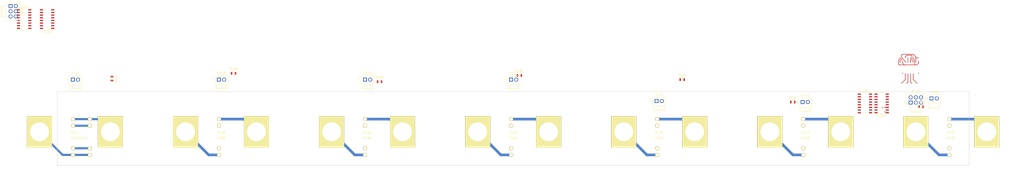
<source format=kicad_pcb>
(kicad_pcb (version 4) (host pcbnew 4.0.0-rc1-stable)

  (general
    (links 105)
    (no_connects 87)
    (area -69.575001 71.674999 367.575001 107.075001)
    (thickness 1.6)
    (drawings 4)
    (tracks 83)
    (zones 0)
    (modules 35)
    (nets 45)
  )

  (page A4)
  (layers
    (0 F.Cu signal)
    (31 B.Cu signal)
    (32 B.Adhes user)
    (33 F.Adhes user)
    (34 B.Paste user)
    (35 F.Paste user)
    (36 B.SilkS user)
    (37 F.SilkS user)
    (38 B.Mask user)
    (39 F.Mask user)
    (40 Dwgs.User user)
    (41 Cmts.User user)
    (42 Eco1.User user)
    (43 Eco2.User user)
    (44 Edge.Cuts user)
    (45 Margin user)
    (46 B.CrtYd user)
    (47 F.CrtYd user)
    (48 B.Fab user)
    (49 F.Fab user)
  )

  (setup
    (last_trace_width 0.254)
    (user_trace_width 0.254)
    (user_trace_width 0.508)
    (user_trace_width 1.016)
    (user_trace_width 1.27)
    (trace_clearance 0.2)
    (zone_clearance 0.508)
    (zone_45_only no)
    (trace_min 0.2)
    (segment_width 0.2)
    (edge_width 0.15)
    (via_size 0.6)
    (via_drill 0.4)
    (via_min_size 0.4)
    (via_min_drill 0.3)
    (uvia_size 0.3)
    (uvia_drill 0.1)
    (uvias_allowed no)
    (uvia_min_size 0.2)
    (uvia_min_drill 0.1)
    (pcb_text_width 0.3)
    (pcb_text_size 1.5 1.5)
    (mod_edge_width 0.15)
    (mod_text_size 1 1)
    (mod_text_width 0.15)
    (pad_size 1.524 1.524)
    (pad_drill 0.762)
    (pad_to_mask_clearance 0.2)
    (aux_axis_origin 0 0)
    (visible_elements 7FFFFFFF)
    (pcbplotparams
      (layerselection 0x00030_80000001)
      (usegerberextensions false)
      (excludeedgelayer true)
      (linewidth 0.100000)
      (plotframeref false)
      (viasonmask false)
      (mode 1)
      (useauxorigin false)
      (hpglpennumber 1)
      (hpglpenspeed 20)
      (hpglpendiameter 15)
      (hpglpenoverlay 2)
      (psnegative false)
      (psa4output false)
      (plotreference true)
      (plotvalue true)
      (plotinvisibletext false)
      (padsonsilk false)
      (subtractmaskfromsilk false)
      (outputformat 1)
      (mirror false)
      (drillshape 1)
      (scaleselection 1)
      (outputdirectory ""))
  )

  (net 0 "")
  (net 1 7_B+)
  (net 2 6_B+)
  (net 3 6_C+)
  (net 4 7_temp)
  (net 5 GND)
  (net 6 +3V3)
  (net 7 "Net-(P111-Pad2)")
  (net 8 "Net-(P111-Pad3)")
  (net 9 "Net-(P111-Pad4)")
  (net 10 "Net-(P111-Pad5)")
  (net 11 6_temp)
  (net 12 5_B+)
  (net 13 5_C+)
  (net 14 5_temp)
  (net 15 4_B+)
  (net 16 4_C+)
  (net 17 4_temp)
  (net 18 3_B+)
  (net 19 3_C+)
  (net 20 3_temp)
  (net 21 2_B+)
  (net 22 2_C+)
  (net 23 2_temp)
  (net 24 1_B+)
  (net 25 1_C+)
  (net 26 1_temp)
  (net 27 1_B-)
  (net 28 1_C-)
  (net 29 "Net-(P101-Pad2)")
  (net 30 "Net-(P101-Pad3)")
  (net 31 "Net-(P101-Pad4)")
  (net 32 "Net-(P101-Pad5)")
  (net 33 "Net-(P111-Pad1)")
  (net 34 "Net-(P101-Pad1)")
  (net 35 "Net-(P101-Pad6)")
  (net 36 "Net-(P111-Pad6)")
  (net 37 "Net-(U101-Pad10)")
  (net 38 "Net-(U101-Pad11)")
  (net 39 "Net-(U101-Pad12)")
  (net 40 "Net-(U101-Pad13)")
  (net 41 "Net-(U102-Pad10)")
  (net 42 "Net-(U102-Pad11)")
  (net 43 "Net-(U102-Pad12)")
  (net 44 "Net-(U102-Pad13)")

  (net_class Default "This is the default net class."
    (clearance 0.2)
    (trace_width 0.25)
    (via_dia 0.6)
    (via_drill 0.4)
    (uvia_dia 0.3)
    (uvia_drill 0.1)
    (add_net +3V3)
    (add_net 1_B+)
    (add_net 1_B-)
    (add_net 1_C+)
    (add_net 1_C-)
    (add_net 1_temp)
    (add_net 2_B+)
    (add_net 2_C+)
    (add_net 2_temp)
    (add_net 3_B+)
    (add_net 3_C+)
    (add_net 3_temp)
    (add_net 4_B+)
    (add_net 4_C+)
    (add_net 4_temp)
    (add_net 5_B+)
    (add_net 5_C+)
    (add_net 5_temp)
    (add_net 6_B+)
    (add_net 6_C+)
    (add_net 6_temp)
    (add_net 7_B+)
    (add_net 7_temp)
    (add_net GND)
    (add_net "Net-(P101-Pad1)")
    (add_net "Net-(P101-Pad2)")
    (add_net "Net-(P101-Pad3)")
    (add_net "Net-(P101-Pad4)")
    (add_net "Net-(P101-Pad5)")
    (add_net "Net-(P101-Pad6)")
    (add_net "Net-(P111-Pad1)")
    (add_net "Net-(P111-Pad2)")
    (add_net "Net-(P111-Pad3)")
    (add_net "Net-(P111-Pad4)")
    (add_net "Net-(P111-Pad5)")
    (add_net "Net-(P111-Pad6)")
    (add_net "Net-(U101-Pad10)")
    (add_net "Net-(U101-Pad11)")
    (add_net "Net-(U101-Pad12)")
    (add_net "Net-(U101-Pad13)")
    (add_net "Net-(U102-Pad10)")
    (add_net "Net-(U102-Pad11)")
    (add_net "Net-(U102-Pad12)")
    (add_net "Net-(U102-Pad13)")
  )

  (module "FS FINAL:Elithion_Long" (layer F.Cu) (tedit 58A15150) (tstamp 58A16063)
    (at -57 93.5)
    (path /58A40649)
    (fp_text reference P112 (at 0 0.5) (layer F.SilkS)
      (effects (font (size 1 1) (thickness 0.15)))
    )
    (fp_text value Elithion_1_l (at 0 -0.5) (layer F.Fab)
      (effects (font (size 1 1) (thickness 0.15)))
    )
    (fp_line (start 12.7 -10.16) (end -12.7 -10.16) (layer F.CrtYd) (width 0.15))
    (fp_line (start -12.7 -10.16) (end -12.7 10.16) (layer F.CrtYd) (width 0.15))
    (fp_line (start -12.7 10.16) (end 12.7 10.16) (layer F.CrtYd) (width 0.15))
    (fp_line (start 12.7 10.16) (end 12.7 -10.16) (layer F.CrtYd) (width 0.15))
    (pad C- thru_hole circle (at 3.175 5.3975) (size 1.9 1.9) (drill 1.2) (layers *.Cu *.Mask F.SilkS)
      (net 28 1_C-))
    (pad B- thru_hole circle (at 3.175 8.5725) (size 1.9 1.9) (drill 1.2) (layers *.Cu *.Mask F.SilkS)
      (net 27 1_B-))
    (pad B+ thru_hole circle (at 3.175 -8.5725) (size 1.9 1.9) (drill 1.2) (layers *.Cu *.Mask F.SilkS)
      (net 24 1_B+))
    (pad C+ thru_hole circle (at 3.175 -5.3975) (size 1.9 1.9) (drill 1.2) (layers *.Cu *.Mask F.SilkS)
      (net 25 1_C+))
  )

  (module Connectors_Molex:Molex_NanoFit_1x02x2.50mm_Straight (layer F.Cu) (tedit 5757C2B9) (tstamp 58A133BD)
    (at 349.5 75)
    (descr "Molex Nano Fit, single row, top entry, through hole, Datasheet:http://www.molex.com/pdm_docs/sd/1053091203_sd.pdf")
    (tags "connector molex nano-fit 105309-xx04")
    (path /58A12025)
    (fp_text reference P108 (at 1.25 -3) (layer F.SilkS)
      (effects (font (size 1 1) (thickness 0.15)))
    )
    (fp_text value 7_temp (at 1.25 -4.5) (layer F.Fab)
      (effects (font (size 1 1) (thickness 0.15)))
    )
    (fp_line (start -1.72 -1.74) (end -1.72 1.74) (layer F.Fab) (width 0.05))
    (fp_line (start -1.72 1.74) (end 4.22 1.74) (layer F.Fab) (width 0.05))
    (fp_line (start 4.22 1.74) (end 4.22 -1.74) (layer F.Fab) (width 0.05))
    (fp_line (start 4.22 -1.74) (end -1.72 -1.74) (layer F.Fab) (width 0.05))
    (fp_line (start 1.25 -1.84) (end -1.82 -1.84) (layer F.SilkS) (width 0.15))
    (fp_line (start -1.82 -1.84) (end -1.82 1.84) (layer F.SilkS) (width 0.15))
    (fp_line (start -1.82 1.84) (end -1.45 1.84) (layer F.SilkS) (width 0.15))
    (fp_line (start -1.45 1.84) (end -1.45 4.7) (layer F.SilkS) (width 0.15))
    (fp_line (start -1.45 4.7) (end 1.25 4.7) (layer F.SilkS) (width 0.15))
    (fp_line (start 1.25 -1.84) (end 4.32 -1.84) (layer F.SilkS) (width 0.15))
    (fp_line (start 4.32 -1.84) (end 4.32 1.84) (layer F.SilkS) (width 0.15))
    (fp_line (start 4.32 1.84) (end 3.95 1.84) (layer F.SilkS) (width 0.15))
    (fp_line (start 3.95 1.84) (end 3.95 4.7) (layer F.SilkS) (width 0.15))
    (fp_line (start 3.95 4.7) (end 1.25 4.7) (layer F.SilkS) (width 0.15))
    (fp_line (start -0.85 2.44) (end -0.85 4.1) (layer F.SilkS) (width 0.15))
    (fp_line (start -0.85 4.1) (end 3.35 4.1) (layer F.SilkS) (width 0.15))
    (fp_line (start 3.35 4.1) (end 3.35 2.44) (layer F.SilkS) (width 0.15))
    (fp_line (start 3.35 2.44) (end -0.85 2.44) (layer F.SilkS) (width 0.15))
    (fp_line (start -2.2 -2.2) (end -2.2 2.2) (layer F.CrtYd) (width 0.05))
    (fp_line (start -2.2 2.2) (end -1.85 2.2) (layer F.CrtYd) (width 0.05))
    (fp_line (start -1.85 2.2) (end -1.85 5.05) (layer F.CrtYd) (width 0.05))
    (fp_line (start -1.85 5.05) (end 4.3 5.05) (layer F.CrtYd) (width 0.05))
    (fp_line (start 4.3 5.05) (end 4.3 2.2) (layer F.CrtYd) (width 0.05))
    (fp_line (start 4.3 2.2) (end 4.7 2.2) (layer F.CrtYd) (width 0.05))
    (fp_line (start 4.7 2.2) (end 4.7 -2.2) (layer F.CrtYd) (width 0.05))
    (fp_line (start 4.7 -2.2) (end -2.2 -2.2) (layer F.CrtYd) (width 0.05))
    (fp_line (start -1.1875 -1.1875) (end -1.1875 1.1875) (layer F.Fab) (width 0.05))
    (fp_line (start -1.1875 1.1875) (end 1.1875 1.1875) (layer F.Fab) (width 0.05))
    (fp_line (start 1.1875 1.1875) (end 1.1875 -1.1875) (layer F.Fab) (width 0.05))
    (fp_line (start 1.1875 -1.1875) (end -1.1875 -1.1875) (layer F.Fab) (width 0.05))
    (fp_line (start 1.3125 -1.1875) (end 1.3125 1.1875) (layer F.Fab) (width 0.05))
    (fp_line (start 1.3125 1.1875) (end 3.6875 1.1875) (layer F.Fab) (width 0.05))
    (fp_line (start 3.6875 1.1875) (end 3.6875 -1.1875) (layer F.Fab) (width 0.05))
    (fp_line (start 3.6875 -1.1875) (end 1.3125 -1.1875) (layer F.Fab) (width 0.05))
    (fp_line (start -2.22 0) (end -2.82 0.3) (layer F.SilkS) (width 0.15))
    (fp_line (start -2.82 0.3) (end -2.82 -0.3) (layer F.SilkS) (width 0.15))
    (fp_line (start -2.82 -0.3) (end -2.22 0) (layer F.SilkS) (width 0.15))
    (pad 1 thru_hole rect (at 0 0) (size 1.9 1.9) (drill 1.2) (layers *.Cu *.Mask)
      (net 4 7_temp))
    (pad 2 thru_hole circle (at 2.5 0) (size 1.9 1.9) (drill 1.2) (layers *.Cu *.Mask)
      (net 5 GND))
    (pad "" np_thru_hole circle (at 1.25 1.34) (size 1.3 1.3) (drill 1.3) (layers *.Cu))
    (model Connectors_Molex.3dshapes/Molex_NanoFit_1x02x2.50mm_Straight.wrl
      (at (xyz 0 0 0))
      (scale (xyz 1 1 1))
      (rotate (xyz 0 0 0))
    )
  )

  (module Connectors_Molex:Molex_NanoFit_1x02x2.50mm_Straight (layer F.Cu) (tedit 5757C2B9) (tstamp 58A133E9)
    (at 287.75 76.75)
    (descr "Molex Nano Fit, single row, top entry, through hole, Datasheet:http://www.molex.com/pdm_docs/sd/1053091203_sd.pdf")
    (tags "connector molex nano-fit 105309-xx04")
    (path /58A1204B)
    (fp_text reference P115 (at 1.25 -3) (layer F.SilkS)
      (effects (font (size 1 1) (thickness 0.15)))
    )
    (fp_text value 6_temp (at 1.25 -4.5) (layer F.Fab)
      (effects (font (size 1 1) (thickness 0.15)))
    )
    (fp_line (start -1.72 -1.74) (end -1.72 1.74) (layer F.Fab) (width 0.05))
    (fp_line (start -1.72 1.74) (end 4.22 1.74) (layer F.Fab) (width 0.05))
    (fp_line (start 4.22 1.74) (end 4.22 -1.74) (layer F.Fab) (width 0.05))
    (fp_line (start 4.22 -1.74) (end -1.72 -1.74) (layer F.Fab) (width 0.05))
    (fp_line (start 1.25 -1.84) (end -1.82 -1.84) (layer F.SilkS) (width 0.15))
    (fp_line (start -1.82 -1.84) (end -1.82 1.84) (layer F.SilkS) (width 0.15))
    (fp_line (start -1.82 1.84) (end -1.45 1.84) (layer F.SilkS) (width 0.15))
    (fp_line (start -1.45 1.84) (end -1.45 4.7) (layer F.SilkS) (width 0.15))
    (fp_line (start -1.45 4.7) (end 1.25 4.7) (layer F.SilkS) (width 0.15))
    (fp_line (start 1.25 -1.84) (end 4.32 -1.84) (layer F.SilkS) (width 0.15))
    (fp_line (start 4.32 -1.84) (end 4.32 1.84) (layer F.SilkS) (width 0.15))
    (fp_line (start 4.32 1.84) (end 3.95 1.84) (layer F.SilkS) (width 0.15))
    (fp_line (start 3.95 1.84) (end 3.95 4.7) (layer F.SilkS) (width 0.15))
    (fp_line (start 3.95 4.7) (end 1.25 4.7) (layer F.SilkS) (width 0.15))
    (fp_line (start -0.85 2.44) (end -0.85 4.1) (layer F.SilkS) (width 0.15))
    (fp_line (start -0.85 4.1) (end 3.35 4.1) (layer F.SilkS) (width 0.15))
    (fp_line (start 3.35 4.1) (end 3.35 2.44) (layer F.SilkS) (width 0.15))
    (fp_line (start 3.35 2.44) (end -0.85 2.44) (layer F.SilkS) (width 0.15))
    (fp_line (start -2.2 -2.2) (end -2.2 2.2) (layer F.CrtYd) (width 0.05))
    (fp_line (start -2.2 2.2) (end -1.85 2.2) (layer F.CrtYd) (width 0.05))
    (fp_line (start -1.85 2.2) (end -1.85 5.05) (layer F.CrtYd) (width 0.05))
    (fp_line (start -1.85 5.05) (end 4.3 5.05) (layer F.CrtYd) (width 0.05))
    (fp_line (start 4.3 5.05) (end 4.3 2.2) (layer F.CrtYd) (width 0.05))
    (fp_line (start 4.3 2.2) (end 4.7 2.2) (layer F.CrtYd) (width 0.05))
    (fp_line (start 4.7 2.2) (end 4.7 -2.2) (layer F.CrtYd) (width 0.05))
    (fp_line (start 4.7 -2.2) (end -2.2 -2.2) (layer F.CrtYd) (width 0.05))
    (fp_line (start -1.1875 -1.1875) (end -1.1875 1.1875) (layer F.Fab) (width 0.05))
    (fp_line (start -1.1875 1.1875) (end 1.1875 1.1875) (layer F.Fab) (width 0.05))
    (fp_line (start 1.1875 1.1875) (end 1.1875 -1.1875) (layer F.Fab) (width 0.05))
    (fp_line (start 1.1875 -1.1875) (end -1.1875 -1.1875) (layer F.Fab) (width 0.05))
    (fp_line (start 1.3125 -1.1875) (end 1.3125 1.1875) (layer F.Fab) (width 0.05))
    (fp_line (start 1.3125 1.1875) (end 3.6875 1.1875) (layer F.Fab) (width 0.05))
    (fp_line (start 3.6875 1.1875) (end 3.6875 -1.1875) (layer F.Fab) (width 0.05))
    (fp_line (start 3.6875 -1.1875) (end 1.3125 -1.1875) (layer F.Fab) (width 0.05))
    (fp_line (start -2.22 0) (end -2.82 0.3) (layer F.SilkS) (width 0.15))
    (fp_line (start -2.82 0.3) (end -2.82 -0.3) (layer F.SilkS) (width 0.15))
    (fp_line (start -2.82 -0.3) (end -2.22 0) (layer F.SilkS) (width 0.15))
    (pad 1 thru_hole rect (at 0 0) (size 1.9 1.9) (drill 1.2) (layers *.Cu *.Mask)
      (net 11 6_temp))
    (pad 2 thru_hole circle (at 2.5 0) (size 1.9 1.9) (drill 1.2) (layers *.Cu *.Mask)
      (net 5 GND))
    (pad "" np_thru_hole circle (at 1.25 1.34) (size 1.3 1.3) (drill 1.3) (layers *.Cu))
    (model Connectors_Molex.3dshapes/Molex_NanoFit_1x02x2.50mm_Straight.wrl
      (at (xyz 0 0 0))
      (scale (xyz 1 1 1))
      (rotate (xyz 0 0 0))
    )
  )

  (module Connectors_Molex:Molex_NanoFit_1x02x2.50mm_Straight (layer F.Cu) (tedit 5757C2B9) (tstamp 58A1340A)
    (at 217.75 76.25)
    (descr "Molex Nano Fit, single row, top entry, through hole, Datasheet:http://www.molex.com/pdm_docs/sd/1053091203_sd.pdf")
    (tags "connector molex nano-fit 105309-xx04")
    (path /58A12032)
    (fp_text reference P121 (at 1.25 -3) (layer F.SilkS)
      (effects (font (size 1 1) (thickness 0.15)))
    )
    (fp_text value 5_temp (at 1.25 -4.5) (layer F.Fab)
      (effects (font (size 1 1) (thickness 0.15)))
    )
    (fp_line (start -1.72 -1.74) (end -1.72 1.74) (layer F.Fab) (width 0.05))
    (fp_line (start -1.72 1.74) (end 4.22 1.74) (layer F.Fab) (width 0.05))
    (fp_line (start 4.22 1.74) (end 4.22 -1.74) (layer F.Fab) (width 0.05))
    (fp_line (start 4.22 -1.74) (end -1.72 -1.74) (layer F.Fab) (width 0.05))
    (fp_line (start 1.25 -1.84) (end -1.82 -1.84) (layer F.SilkS) (width 0.15))
    (fp_line (start -1.82 -1.84) (end -1.82 1.84) (layer F.SilkS) (width 0.15))
    (fp_line (start -1.82 1.84) (end -1.45 1.84) (layer F.SilkS) (width 0.15))
    (fp_line (start -1.45 1.84) (end -1.45 4.7) (layer F.SilkS) (width 0.15))
    (fp_line (start -1.45 4.7) (end 1.25 4.7) (layer F.SilkS) (width 0.15))
    (fp_line (start 1.25 -1.84) (end 4.32 -1.84) (layer F.SilkS) (width 0.15))
    (fp_line (start 4.32 -1.84) (end 4.32 1.84) (layer F.SilkS) (width 0.15))
    (fp_line (start 4.32 1.84) (end 3.95 1.84) (layer F.SilkS) (width 0.15))
    (fp_line (start 3.95 1.84) (end 3.95 4.7) (layer F.SilkS) (width 0.15))
    (fp_line (start 3.95 4.7) (end 1.25 4.7) (layer F.SilkS) (width 0.15))
    (fp_line (start -0.85 2.44) (end -0.85 4.1) (layer F.SilkS) (width 0.15))
    (fp_line (start -0.85 4.1) (end 3.35 4.1) (layer F.SilkS) (width 0.15))
    (fp_line (start 3.35 4.1) (end 3.35 2.44) (layer F.SilkS) (width 0.15))
    (fp_line (start 3.35 2.44) (end -0.85 2.44) (layer F.SilkS) (width 0.15))
    (fp_line (start -2.2 -2.2) (end -2.2 2.2) (layer F.CrtYd) (width 0.05))
    (fp_line (start -2.2 2.2) (end -1.85 2.2) (layer F.CrtYd) (width 0.05))
    (fp_line (start -1.85 2.2) (end -1.85 5.05) (layer F.CrtYd) (width 0.05))
    (fp_line (start -1.85 5.05) (end 4.3 5.05) (layer F.CrtYd) (width 0.05))
    (fp_line (start 4.3 5.05) (end 4.3 2.2) (layer F.CrtYd) (width 0.05))
    (fp_line (start 4.3 2.2) (end 4.7 2.2) (layer F.CrtYd) (width 0.05))
    (fp_line (start 4.7 2.2) (end 4.7 -2.2) (layer F.CrtYd) (width 0.05))
    (fp_line (start 4.7 -2.2) (end -2.2 -2.2) (layer F.CrtYd) (width 0.05))
    (fp_line (start -1.1875 -1.1875) (end -1.1875 1.1875) (layer F.Fab) (width 0.05))
    (fp_line (start -1.1875 1.1875) (end 1.1875 1.1875) (layer F.Fab) (width 0.05))
    (fp_line (start 1.1875 1.1875) (end 1.1875 -1.1875) (layer F.Fab) (width 0.05))
    (fp_line (start 1.1875 -1.1875) (end -1.1875 -1.1875) (layer F.Fab) (width 0.05))
    (fp_line (start 1.3125 -1.1875) (end 1.3125 1.1875) (layer F.Fab) (width 0.05))
    (fp_line (start 1.3125 1.1875) (end 3.6875 1.1875) (layer F.Fab) (width 0.05))
    (fp_line (start 3.6875 1.1875) (end 3.6875 -1.1875) (layer F.Fab) (width 0.05))
    (fp_line (start 3.6875 -1.1875) (end 1.3125 -1.1875) (layer F.Fab) (width 0.05))
    (fp_line (start -2.22 0) (end -2.82 0.3) (layer F.SilkS) (width 0.15))
    (fp_line (start -2.82 0.3) (end -2.82 -0.3) (layer F.SilkS) (width 0.15))
    (fp_line (start -2.82 -0.3) (end -2.22 0) (layer F.SilkS) (width 0.15))
    (pad 1 thru_hole rect (at 0 0) (size 1.9 1.9) (drill 1.2) (layers *.Cu *.Mask)
      (net 14 5_temp))
    (pad 2 thru_hole circle (at 2.5 0) (size 1.9 1.9) (drill 1.2) (layers *.Cu *.Mask)
      (net 5 GND))
    (pad "" np_thru_hole circle (at 1.25 1.34) (size 1.3 1.3) (drill 1.3) (layers *.Cu))
    (model Connectors_Molex.3dshapes/Molex_NanoFit_1x02x2.50mm_Straight.wrl
      (at (xyz 0 0 0))
      (scale (xyz 1 1 1))
      (rotate (xyz 0 0 0))
    )
  )

  (module Connectors_Molex:Molex_NanoFit_1x02x2.50mm_Straight (layer F.Cu) (tedit 5757C2B9) (tstamp 58A1342B)
    (at 148 66)
    (descr "Molex Nano Fit, single row, top entry, through hole, Datasheet:http://www.molex.com/pdm_docs/sd/1053091203_sd.pdf")
    (tags "connector molex nano-fit 105309-xx04")
    (path /58A083C2)
    (fp_text reference P127 (at 1.25 -3) (layer F.SilkS)
      (effects (font (size 1 1) (thickness 0.15)))
    )
    (fp_text value 4_temp (at 1.25 -4.5) (layer F.Fab)
      (effects (font (size 1 1) (thickness 0.15)))
    )
    (fp_line (start -1.72 -1.74) (end -1.72 1.74) (layer F.Fab) (width 0.05))
    (fp_line (start -1.72 1.74) (end 4.22 1.74) (layer F.Fab) (width 0.05))
    (fp_line (start 4.22 1.74) (end 4.22 -1.74) (layer F.Fab) (width 0.05))
    (fp_line (start 4.22 -1.74) (end -1.72 -1.74) (layer F.Fab) (width 0.05))
    (fp_line (start 1.25 -1.84) (end -1.82 -1.84) (layer F.SilkS) (width 0.15))
    (fp_line (start -1.82 -1.84) (end -1.82 1.84) (layer F.SilkS) (width 0.15))
    (fp_line (start -1.82 1.84) (end -1.45 1.84) (layer F.SilkS) (width 0.15))
    (fp_line (start -1.45 1.84) (end -1.45 4.7) (layer F.SilkS) (width 0.15))
    (fp_line (start -1.45 4.7) (end 1.25 4.7) (layer F.SilkS) (width 0.15))
    (fp_line (start 1.25 -1.84) (end 4.32 -1.84) (layer F.SilkS) (width 0.15))
    (fp_line (start 4.32 -1.84) (end 4.32 1.84) (layer F.SilkS) (width 0.15))
    (fp_line (start 4.32 1.84) (end 3.95 1.84) (layer F.SilkS) (width 0.15))
    (fp_line (start 3.95 1.84) (end 3.95 4.7) (layer F.SilkS) (width 0.15))
    (fp_line (start 3.95 4.7) (end 1.25 4.7) (layer F.SilkS) (width 0.15))
    (fp_line (start -0.85 2.44) (end -0.85 4.1) (layer F.SilkS) (width 0.15))
    (fp_line (start -0.85 4.1) (end 3.35 4.1) (layer F.SilkS) (width 0.15))
    (fp_line (start 3.35 4.1) (end 3.35 2.44) (layer F.SilkS) (width 0.15))
    (fp_line (start 3.35 2.44) (end -0.85 2.44) (layer F.SilkS) (width 0.15))
    (fp_line (start -2.2 -2.2) (end -2.2 2.2) (layer F.CrtYd) (width 0.05))
    (fp_line (start -2.2 2.2) (end -1.85 2.2) (layer F.CrtYd) (width 0.05))
    (fp_line (start -1.85 2.2) (end -1.85 5.05) (layer F.CrtYd) (width 0.05))
    (fp_line (start -1.85 5.05) (end 4.3 5.05) (layer F.CrtYd) (width 0.05))
    (fp_line (start 4.3 5.05) (end 4.3 2.2) (layer F.CrtYd) (width 0.05))
    (fp_line (start 4.3 2.2) (end 4.7 2.2) (layer F.CrtYd) (width 0.05))
    (fp_line (start 4.7 2.2) (end 4.7 -2.2) (layer F.CrtYd) (width 0.05))
    (fp_line (start 4.7 -2.2) (end -2.2 -2.2) (layer F.CrtYd) (width 0.05))
    (fp_line (start -1.1875 -1.1875) (end -1.1875 1.1875) (layer F.Fab) (width 0.05))
    (fp_line (start -1.1875 1.1875) (end 1.1875 1.1875) (layer F.Fab) (width 0.05))
    (fp_line (start 1.1875 1.1875) (end 1.1875 -1.1875) (layer F.Fab) (width 0.05))
    (fp_line (start 1.1875 -1.1875) (end -1.1875 -1.1875) (layer F.Fab) (width 0.05))
    (fp_line (start 1.3125 -1.1875) (end 1.3125 1.1875) (layer F.Fab) (width 0.05))
    (fp_line (start 1.3125 1.1875) (end 3.6875 1.1875) (layer F.Fab) (width 0.05))
    (fp_line (start 3.6875 1.1875) (end 3.6875 -1.1875) (layer F.Fab) (width 0.05))
    (fp_line (start 3.6875 -1.1875) (end 1.3125 -1.1875) (layer F.Fab) (width 0.05))
    (fp_line (start -2.22 0) (end -2.82 0.3) (layer F.SilkS) (width 0.15))
    (fp_line (start -2.82 0.3) (end -2.82 -0.3) (layer F.SilkS) (width 0.15))
    (fp_line (start -2.82 -0.3) (end -2.22 0) (layer F.SilkS) (width 0.15))
    (pad 1 thru_hole rect (at 0 0) (size 1.9 1.9) (drill 1.2) (layers *.Cu *.Mask)
      (net 17 4_temp))
    (pad 2 thru_hole circle (at 2.5 0) (size 1.9 1.9) (drill 1.2) (layers *.Cu *.Mask)
      (net 5 GND))
    (pad "" np_thru_hole circle (at 1.25 1.34) (size 1.3 1.3) (drill 1.3) (layers *.Cu))
    (model Connectors_Molex.3dshapes/Molex_NanoFit_1x02x2.50mm_Straight.wrl
      (at (xyz 0 0 0))
      (scale (xyz 1 1 1))
      (rotate (xyz 0 0 0))
    )
  )

  (module Connectors_Molex:Molex_NanoFit_1x02x2.50mm_Straight (layer F.Cu) (tedit 5757C2B9) (tstamp 58A1344C)
    (at 78 66)
    (descr "Molex Nano Fit, single row, top entry, through hole, Datasheet:http://www.molex.com/pdm_docs/sd/1053091203_sd.pdf")
    (tags "connector molex nano-fit 105309-xx04")
    (path /589CEBAE)
    (fp_text reference P133 (at 1.25 -3) (layer F.SilkS)
      (effects (font (size 1 1) (thickness 0.15)))
    )
    (fp_text value 3_temp (at 1.25 -4.5) (layer F.Fab)
      (effects (font (size 1 1) (thickness 0.15)))
    )
    (fp_line (start -1.72 -1.74) (end -1.72 1.74) (layer F.Fab) (width 0.05))
    (fp_line (start -1.72 1.74) (end 4.22 1.74) (layer F.Fab) (width 0.05))
    (fp_line (start 4.22 1.74) (end 4.22 -1.74) (layer F.Fab) (width 0.05))
    (fp_line (start 4.22 -1.74) (end -1.72 -1.74) (layer F.Fab) (width 0.05))
    (fp_line (start 1.25 -1.84) (end -1.82 -1.84) (layer F.SilkS) (width 0.15))
    (fp_line (start -1.82 -1.84) (end -1.82 1.84) (layer F.SilkS) (width 0.15))
    (fp_line (start -1.82 1.84) (end -1.45 1.84) (layer F.SilkS) (width 0.15))
    (fp_line (start -1.45 1.84) (end -1.45 4.7) (layer F.SilkS) (width 0.15))
    (fp_line (start -1.45 4.7) (end 1.25 4.7) (layer F.SilkS) (width 0.15))
    (fp_line (start 1.25 -1.84) (end 4.32 -1.84) (layer F.SilkS) (width 0.15))
    (fp_line (start 4.32 -1.84) (end 4.32 1.84) (layer F.SilkS) (width 0.15))
    (fp_line (start 4.32 1.84) (end 3.95 1.84) (layer F.SilkS) (width 0.15))
    (fp_line (start 3.95 1.84) (end 3.95 4.7) (layer F.SilkS) (width 0.15))
    (fp_line (start 3.95 4.7) (end 1.25 4.7) (layer F.SilkS) (width 0.15))
    (fp_line (start -0.85 2.44) (end -0.85 4.1) (layer F.SilkS) (width 0.15))
    (fp_line (start -0.85 4.1) (end 3.35 4.1) (layer F.SilkS) (width 0.15))
    (fp_line (start 3.35 4.1) (end 3.35 2.44) (layer F.SilkS) (width 0.15))
    (fp_line (start 3.35 2.44) (end -0.85 2.44) (layer F.SilkS) (width 0.15))
    (fp_line (start -2.2 -2.2) (end -2.2 2.2) (layer F.CrtYd) (width 0.05))
    (fp_line (start -2.2 2.2) (end -1.85 2.2) (layer F.CrtYd) (width 0.05))
    (fp_line (start -1.85 2.2) (end -1.85 5.05) (layer F.CrtYd) (width 0.05))
    (fp_line (start -1.85 5.05) (end 4.3 5.05) (layer F.CrtYd) (width 0.05))
    (fp_line (start 4.3 5.05) (end 4.3 2.2) (layer F.CrtYd) (width 0.05))
    (fp_line (start 4.3 2.2) (end 4.7 2.2) (layer F.CrtYd) (width 0.05))
    (fp_line (start 4.7 2.2) (end 4.7 -2.2) (layer F.CrtYd) (width 0.05))
    (fp_line (start 4.7 -2.2) (end -2.2 -2.2) (layer F.CrtYd) (width 0.05))
    (fp_line (start -1.1875 -1.1875) (end -1.1875 1.1875) (layer F.Fab) (width 0.05))
    (fp_line (start -1.1875 1.1875) (end 1.1875 1.1875) (layer F.Fab) (width 0.05))
    (fp_line (start 1.1875 1.1875) (end 1.1875 -1.1875) (layer F.Fab) (width 0.05))
    (fp_line (start 1.1875 -1.1875) (end -1.1875 -1.1875) (layer F.Fab) (width 0.05))
    (fp_line (start 1.3125 -1.1875) (end 1.3125 1.1875) (layer F.Fab) (width 0.05))
    (fp_line (start 1.3125 1.1875) (end 3.6875 1.1875) (layer F.Fab) (width 0.05))
    (fp_line (start 3.6875 1.1875) (end 3.6875 -1.1875) (layer F.Fab) (width 0.05))
    (fp_line (start 3.6875 -1.1875) (end 1.3125 -1.1875) (layer F.Fab) (width 0.05))
    (fp_line (start -2.22 0) (end -2.82 0.3) (layer F.SilkS) (width 0.15))
    (fp_line (start -2.82 0.3) (end -2.82 -0.3) (layer F.SilkS) (width 0.15))
    (fp_line (start -2.82 -0.3) (end -2.22 0) (layer F.SilkS) (width 0.15))
    (pad 1 thru_hole rect (at 0 0) (size 1.9 1.9) (drill 1.2) (layers *.Cu *.Mask)
      (net 20 3_temp))
    (pad 2 thru_hole circle (at 2.5 0) (size 1.9 1.9) (drill 1.2) (layers *.Cu *.Mask)
      (net 5 GND))
    (pad "" np_thru_hole circle (at 1.25 1.34) (size 1.3 1.3) (drill 1.3) (layers *.Cu))
    (model Connectors_Molex.3dshapes/Molex_NanoFit_1x02x2.50mm_Straight.wrl
      (at (xyz 0 0 0))
      (scale (xyz 1 1 1))
      (rotate (xyz 0 0 0))
    )
  )

  (module Connectors_Molex:Molex_NanoFit_1x02x2.50mm_Straight (layer F.Cu) (tedit 5757C2B9) (tstamp 58A1346D)
    (at 8 66)
    (descr "Molex Nano Fit, single row, top entry, through hole, Datasheet:http://www.molex.com/pdm_docs/sd/1053091203_sd.pdf")
    (tags "connector molex nano-fit 105309-xx04")
    (path /58A0FC22)
    (fp_text reference P139 (at 1.25 -3) (layer F.SilkS)
      (effects (font (size 1 1) (thickness 0.15)))
    )
    (fp_text value 2_temp (at 1.25 -4.5) (layer F.Fab)
      (effects (font (size 1 1) (thickness 0.15)))
    )
    (fp_line (start -1.72 -1.74) (end -1.72 1.74) (layer F.Fab) (width 0.05))
    (fp_line (start -1.72 1.74) (end 4.22 1.74) (layer F.Fab) (width 0.05))
    (fp_line (start 4.22 1.74) (end 4.22 -1.74) (layer F.Fab) (width 0.05))
    (fp_line (start 4.22 -1.74) (end -1.72 -1.74) (layer F.Fab) (width 0.05))
    (fp_line (start 1.25 -1.84) (end -1.82 -1.84) (layer F.SilkS) (width 0.15))
    (fp_line (start -1.82 -1.84) (end -1.82 1.84) (layer F.SilkS) (width 0.15))
    (fp_line (start -1.82 1.84) (end -1.45 1.84) (layer F.SilkS) (width 0.15))
    (fp_line (start -1.45 1.84) (end -1.45 4.7) (layer F.SilkS) (width 0.15))
    (fp_line (start -1.45 4.7) (end 1.25 4.7) (layer F.SilkS) (width 0.15))
    (fp_line (start 1.25 -1.84) (end 4.32 -1.84) (layer F.SilkS) (width 0.15))
    (fp_line (start 4.32 -1.84) (end 4.32 1.84) (layer F.SilkS) (width 0.15))
    (fp_line (start 4.32 1.84) (end 3.95 1.84) (layer F.SilkS) (width 0.15))
    (fp_line (start 3.95 1.84) (end 3.95 4.7) (layer F.SilkS) (width 0.15))
    (fp_line (start 3.95 4.7) (end 1.25 4.7) (layer F.SilkS) (width 0.15))
    (fp_line (start -0.85 2.44) (end -0.85 4.1) (layer F.SilkS) (width 0.15))
    (fp_line (start -0.85 4.1) (end 3.35 4.1) (layer F.SilkS) (width 0.15))
    (fp_line (start 3.35 4.1) (end 3.35 2.44) (layer F.SilkS) (width 0.15))
    (fp_line (start 3.35 2.44) (end -0.85 2.44) (layer F.SilkS) (width 0.15))
    (fp_line (start -2.2 -2.2) (end -2.2 2.2) (layer F.CrtYd) (width 0.05))
    (fp_line (start -2.2 2.2) (end -1.85 2.2) (layer F.CrtYd) (width 0.05))
    (fp_line (start -1.85 2.2) (end -1.85 5.05) (layer F.CrtYd) (width 0.05))
    (fp_line (start -1.85 5.05) (end 4.3 5.05) (layer F.CrtYd) (width 0.05))
    (fp_line (start 4.3 5.05) (end 4.3 2.2) (layer F.CrtYd) (width 0.05))
    (fp_line (start 4.3 2.2) (end 4.7 2.2) (layer F.CrtYd) (width 0.05))
    (fp_line (start 4.7 2.2) (end 4.7 -2.2) (layer F.CrtYd) (width 0.05))
    (fp_line (start 4.7 -2.2) (end -2.2 -2.2) (layer F.CrtYd) (width 0.05))
    (fp_line (start -1.1875 -1.1875) (end -1.1875 1.1875) (layer F.Fab) (width 0.05))
    (fp_line (start -1.1875 1.1875) (end 1.1875 1.1875) (layer F.Fab) (width 0.05))
    (fp_line (start 1.1875 1.1875) (end 1.1875 -1.1875) (layer F.Fab) (width 0.05))
    (fp_line (start 1.1875 -1.1875) (end -1.1875 -1.1875) (layer F.Fab) (width 0.05))
    (fp_line (start 1.3125 -1.1875) (end 1.3125 1.1875) (layer F.Fab) (width 0.05))
    (fp_line (start 1.3125 1.1875) (end 3.6875 1.1875) (layer F.Fab) (width 0.05))
    (fp_line (start 3.6875 1.1875) (end 3.6875 -1.1875) (layer F.Fab) (width 0.05))
    (fp_line (start 3.6875 -1.1875) (end 1.3125 -1.1875) (layer F.Fab) (width 0.05))
    (fp_line (start -2.22 0) (end -2.82 0.3) (layer F.SilkS) (width 0.15))
    (fp_line (start -2.82 0.3) (end -2.82 -0.3) (layer F.SilkS) (width 0.15))
    (fp_line (start -2.82 -0.3) (end -2.22 0) (layer F.SilkS) (width 0.15))
    (pad 1 thru_hole rect (at 0 0) (size 1.9 1.9) (drill 1.2) (layers *.Cu *.Mask)
      (net 23 2_temp))
    (pad 2 thru_hole circle (at 2.5 0) (size 1.9 1.9) (drill 1.2) (layers *.Cu *.Mask)
      (net 5 GND))
    (pad "" np_thru_hole circle (at 1.25 1.34) (size 1.3 1.3) (drill 1.3) (layers *.Cu))
    (model Connectors_Molex.3dshapes/Molex_NanoFit_1x02x2.50mm_Straight.wrl
      (at (xyz 0 0 0))
      (scale (xyz 1 1 1))
      (rotate (xyz 0 0 0))
    )
  )

  (module Connectors_Molex:Molex_NanoFit_1x02x2.50mm_Straight (layer F.Cu) (tedit 5757C2B9) (tstamp 58A13498)
    (at -62 66)
    (descr "Molex Nano Fit, single row, top entry, through hole, Datasheet:http://www.molex.com/pdm_docs/sd/1053091203_sd.pdf")
    (tags "connector molex nano-fit 105309-xx04")
    (path /58A0FC09)
    (fp_text reference P147 (at 1.25 -3) (layer F.SilkS)
      (effects (font (size 1 1) (thickness 0.15)))
    )
    (fp_text value 1_temp (at 1.25 -4.5) (layer F.Fab)
      (effects (font (size 1 1) (thickness 0.15)))
    )
    (fp_line (start -1.72 -1.74) (end -1.72 1.74) (layer F.Fab) (width 0.05))
    (fp_line (start -1.72 1.74) (end 4.22 1.74) (layer F.Fab) (width 0.05))
    (fp_line (start 4.22 1.74) (end 4.22 -1.74) (layer F.Fab) (width 0.05))
    (fp_line (start 4.22 -1.74) (end -1.72 -1.74) (layer F.Fab) (width 0.05))
    (fp_line (start 1.25 -1.84) (end -1.82 -1.84) (layer F.SilkS) (width 0.15))
    (fp_line (start -1.82 -1.84) (end -1.82 1.84) (layer F.SilkS) (width 0.15))
    (fp_line (start -1.82 1.84) (end -1.45 1.84) (layer F.SilkS) (width 0.15))
    (fp_line (start -1.45 1.84) (end -1.45 4.7) (layer F.SilkS) (width 0.15))
    (fp_line (start -1.45 4.7) (end 1.25 4.7) (layer F.SilkS) (width 0.15))
    (fp_line (start 1.25 -1.84) (end 4.32 -1.84) (layer F.SilkS) (width 0.15))
    (fp_line (start 4.32 -1.84) (end 4.32 1.84) (layer F.SilkS) (width 0.15))
    (fp_line (start 4.32 1.84) (end 3.95 1.84) (layer F.SilkS) (width 0.15))
    (fp_line (start 3.95 1.84) (end 3.95 4.7) (layer F.SilkS) (width 0.15))
    (fp_line (start 3.95 4.7) (end 1.25 4.7) (layer F.SilkS) (width 0.15))
    (fp_line (start -0.85 2.44) (end -0.85 4.1) (layer F.SilkS) (width 0.15))
    (fp_line (start -0.85 4.1) (end 3.35 4.1) (layer F.SilkS) (width 0.15))
    (fp_line (start 3.35 4.1) (end 3.35 2.44) (layer F.SilkS) (width 0.15))
    (fp_line (start 3.35 2.44) (end -0.85 2.44) (layer F.SilkS) (width 0.15))
    (fp_line (start -2.2 -2.2) (end -2.2 2.2) (layer F.CrtYd) (width 0.05))
    (fp_line (start -2.2 2.2) (end -1.85 2.2) (layer F.CrtYd) (width 0.05))
    (fp_line (start -1.85 2.2) (end -1.85 5.05) (layer F.CrtYd) (width 0.05))
    (fp_line (start -1.85 5.05) (end 4.3 5.05) (layer F.CrtYd) (width 0.05))
    (fp_line (start 4.3 5.05) (end 4.3 2.2) (layer F.CrtYd) (width 0.05))
    (fp_line (start 4.3 2.2) (end 4.7 2.2) (layer F.CrtYd) (width 0.05))
    (fp_line (start 4.7 2.2) (end 4.7 -2.2) (layer F.CrtYd) (width 0.05))
    (fp_line (start 4.7 -2.2) (end -2.2 -2.2) (layer F.CrtYd) (width 0.05))
    (fp_line (start -1.1875 -1.1875) (end -1.1875 1.1875) (layer F.Fab) (width 0.05))
    (fp_line (start -1.1875 1.1875) (end 1.1875 1.1875) (layer F.Fab) (width 0.05))
    (fp_line (start 1.1875 1.1875) (end 1.1875 -1.1875) (layer F.Fab) (width 0.05))
    (fp_line (start 1.1875 -1.1875) (end -1.1875 -1.1875) (layer F.Fab) (width 0.05))
    (fp_line (start 1.3125 -1.1875) (end 1.3125 1.1875) (layer F.Fab) (width 0.05))
    (fp_line (start 1.3125 1.1875) (end 3.6875 1.1875) (layer F.Fab) (width 0.05))
    (fp_line (start 3.6875 1.1875) (end 3.6875 -1.1875) (layer F.Fab) (width 0.05))
    (fp_line (start 3.6875 -1.1875) (end 1.3125 -1.1875) (layer F.Fab) (width 0.05))
    (fp_line (start -2.22 0) (end -2.82 0.3) (layer F.SilkS) (width 0.15))
    (fp_line (start -2.82 0.3) (end -2.82 -0.3) (layer F.SilkS) (width 0.15))
    (fp_line (start -2.82 -0.3) (end -2.22 0) (layer F.SilkS) (width 0.15))
    (pad 1 thru_hole rect (at 0 0) (size 1.9 1.9) (drill 1.2) (layers *.Cu *.Mask)
      (net 26 1_temp))
    (pad 2 thru_hole circle (at 2.5 0) (size 1.9 1.9) (drill 1.2) (layers *.Cu *.Mask)
      (net 5 GND))
    (pad "" np_thru_hole circle (at 1.25 1.34) (size 1.3 1.3) (drill 1.3) (layers *.Cu))
    (model Connectors_Molex.3dshapes/Molex_NanoFit_1x02x2.50mm_Straight.wrl
      (at (xyz 0 0 0))
      (scale (xyz 1 1 1))
      (rotate (xyz 0 0 0))
    )
  )

  (module Resistors_SMD:R_0805 (layer F.Cu) (tedit 58307B54) (tstamp 58A134B2)
    (at 344.5 79)
    (descr "Resistor SMD 0805, reflow soldering, Vishay (see dcrcw.pdf)")
    (tags "resistor 0805")
    (path /58A1202B)
    (attr smd)
    (fp_text reference R101 (at 0 -2.1) (layer F.SilkS)
      (effects (font (size 1 1) (thickness 0.15)))
    )
    (fp_text value 2.2K (at 0 2.1) (layer F.Fab)
      (effects (font (size 1 1) (thickness 0.15)))
    )
    (fp_line (start -1 0.625) (end -1 -0.625) (layer F.Fab) (width 0.1))
    (fp_line (start 1 0.625) (end -1 0.625) (layer F.Fab) (width 0.1))
    (fp_line (start 1 -0.625) (end 1 0.625) (layer F.Fab) (width 0.1))
    (fp_line (start -1 -0.625) (end 1 -0.625) (layer F.Fab) (width 0.1))
    (fp_line (start -1.6 -1) (end 1.6 -1) (layer F.CrtYd) (width 0.05))
    (fp_line (start -1.6 1) (end 1.6 1) (layer F.CrtYd) (width 0.05))
    (fp_line (start -1.6 -1) (end -1.6 1) (layer F.CrtYd) (width 0.05))
    (fp_line (start 1.6 -1) (end 1.6 1) (layer F.CrtYd) (width 0.05))
    (fp_line (start 0.6 0.875) (end -0.6 0.875) (layer F.SilkS) (width 0.15))
    (fp_line (start -0.6 -0.875) (end 0.6 -0.875) (layer F.SilkS) (width 0.15))
    (pad 1 smd rect (at -0.95 0) (size 0.7 1.3) (layers F.Cu F.Paste F.Mask)
      (net 6 +3V3))
    (pad 2 smd rect (at 0.95 0) (size 0.7 1.3) (layers F.Cu F.Paste F.Mask)
      (net 4 7_temp))
    (model Resistors_SMD.3dshapes/R_0805.wrl
      (at (xyz 0 0 0))
      (scale (xyz 1 1 1))
      (rotate (xyz 0 0 0))
    )
  )

  (module Resistors_SMD:R_0805 (layer F.Cu) (tedit 58307B54) (tstamp 58A134B8)
    (at 283 76.75)
    (descr "Resistor SMD 0805, reflow soldering, Vishay (see dcrcw.pdf)")
    (tags "resistor 0805")
    (path /58A12051)
    (attr smd)
    (fp_text reference R102 (at 0 -2.1) (layer F.SilkS)
      (effects (font (size 1 1) (thickness 0.15)))
    )
    (fp_text value 2.2K (at 0 2.1) (layer F.Fab)
      (effects (font (size 1 1) (thickness 0.15)))
    )
    (fp_line (start -1 0.625) (end -1 -0.625) (layer F.Fab) (width 0.1))
    (fp_line (start 1 0.625) (end -1 0.625) (layer F.Fab) (width 0.1))
    (fp_line (start 1 -0.625) (end 1 0.625) (layer F.Fab) (width 0.1))
    (fp_line (start -1 -0.625) (end 1 -0.625) (layer F.Fab) (width 0.1))
    (fp_line (start -1.6 -1) (end 1.6 -1) (layer F.CrtYd) (width 0.05))
    (fp_line (start -1.6 1) (end 1.6 1) (layer F.CrtYd) (width 0.05))
    (fp_line (start -1.6 -1) (end -1.6 1) (layer F.CrtYd) (width 0.05))
    (fp_line (start 1.6 -1) (end 1.6 1) (layer F.CrtYd) (width 0.05))
    (fp_line (start 0.6 0.875) (end -0.6 0.875) (layer F.SilkS) (width 0.15))
    (fp_line (start -0.6 -0.875) (end 0.6 -0.875) (layer F.SilkS) (width 0.15))
    (pad 1 smd rect (at -0.95 0) (size 0.7 1.3) (layers F.Cu F.Paste F.Mask)
      (net 6 +3V3))
    (pad 2 smd rect (at 0.95 0) (size 0.7 1.3) (layers F.Cu F.Paste F.Mask)
      (net 11 6_temp))
    (model Resistors_SMD.3dshapes/R_0805.wrl
      (at (xyz 0 0 0))
      (scale (xyz 1 1 1))
      (rotate (xyz 0 0 0))
    )
  )

  (module Resistors_SMD:R_0805 (layer F.Cu) (tedit 58307B54) (tstamp 58A134BE)
    (at 230 66)
    (descr "Resistor SMD 0805, reflow soldering, Vishay (see dcrcw.pdf)")
    (tags "resistor 0805")
    (path /58A12038)
    (attr smd)
    (fp_text reference R103 (at 0 -2.1) (layer F.SilkS)
      (effects (font (size 1 1) (thickness 0.15)))
    )
    (fp_text value 2.2K (at 0 2.1) (layer F.Fab)
      (effects (font (size 1 1) (thickness 0.15)))
    )
    (fp_line (start -1 0.625) (end -1 -0.625) (layer F.Fab) (width 0.1))
    (fp_line (start 1 0.625) (end -1 0.625) (layer F.Fab) (width 0.1))
    (fp_line (start 1 -0.625) (end 1 0.625) (layer F.Fab) (width 0.1))
    (fp_line (start -1 -0.625) (end 1 -0.625) (layer F.Fab) (width 0.1))
    (fp_line (start -1.6 -1) (end 1.6 -1) (layer F.CrtYd) (width 0.05))
    (fp_line (start -1.6 1) (end 1.6 1) (layer F.CrtYd) (width 0.05))
    (fp_line (start -1.6 -1) (end -1.6 1) (layer F.CrtYd) (width 0.05))
    (fp_line (start 1.6 -1) (end 1.6 1) (layer F.CrtYd) (width 0.05))
    (fp_line (start 0.6 0.875) (end -0.6 0.875) (layer F.SilkS) (width 0.15))
    (fp_line (start -0.6 -0.875) (end 0.6 -0.875) (layer F.SilkS) (width 0.15))
    (pad 1 smd rect (at -0.95 0) (size 0.7 1.3) (layers F.Cu F.Paste F.Mask)
      (net 14 5_temp))
    (pad 2 smd rect (at 0.95 0) (size 0.7 1.3) (layers F.Cu F.Paste F.Mask)
      (net 6 +3V3))
    (model Resistors_SMD.3dshapes/R_0805.wrl
      (at (xyz 0 0 0))
      (scale (xyz 1 1 1))
      (rotate (xyz 0 0 0))
    )
  )

  (module Resistors_SMD:R_0805 (layer F.Cu) (tedit 58307B54) (tstamp 58A134C4)
    (at 152 64)
    (descr "Resistor SMD 0805, reflow soldering, Vishay (see dcrcw.pdf)")
    (tags "resistor 0805")
    (path /58A083C8)
    (attr smd)
    (fp_text reference R104 (at 0 -2.1) (layer F.SilkS)
      (effects (font (size 1 1) (thickness 0.15)))
    )
    (fp_text value 2.2K (at 0 2.1) (layer F.Fab)
      (effects (font (size 1 1) (thickness 0.15)))
    )
    (fp_line (start -1 0.625) (end -1 -0.625) (layer F.Fab) (width 0.1))
    (fp_line (start 1 0.625) (end -1 0.625) (layer F.Fab) (width 0.1))
    (fp_line (start 1 -0.625) (end 1 0.625) (layer F.Fab) (width 0.1))
    (fp_line (start -1 -0.625) (end 1 -0.625) (layer F.Fab) (width 0.1))
    (fp_line (start -1.6 -1) (end 1.6 -1) (layer F.CrtYd) (width 0.05))
    (fp_line (start -1.6 1) (end 1.6 1) (layer F.CrtYd) (width 0.05))
    (fp_line (start -1.6 -1) (end -1.6 1) (layer F.CrtYd) (width 0.05))
    (fp_line (start 1.6 -1) (end 1.6 1) (layer F.CrtYd) (width 0.05))
    (fp_line (start 0.6 0.875) (end -0.6 0.875) (layer F.SilkS) (width 0.15))
    (fp_line (start -0.6 -0.875) (end 0.6 -0.875) (layer F.SilkS) (width 0.15))
    (pad 1 smd rect (at -0.95 0) (size 0.7 1.3) (layers F.Cu F.Paste F.Mask)
      (net 6 +3V3))
    (pad 2 smd rect (at 0.95 0) (size 0.7 1.3) (layers F.Cu F.Paste F.Mask)
      (net 17 4_temp))
    (model Resistors_SMD.3dshapes/R_0805.wrl
      (at (xyz 0 0 0))
      (scale (xyz 1 1 1))
      (rotate (xyz 0 0 0))
    )
  )

  (module Resistors_SMD:R_0805 (layer F.Cu) (tedit 58307B54) (tstamp 58A134CA)
    (at 85 67)
    (descr "Resistor SMD 0805, reflow soldering, Vishay (see dcrcw.pdf)")
    (tags "resistor 0805")
    (path /589D1FCE)
    (attr smd)
    (fp_text reference R105 (at 0 -2.1) (layer F.SilkS)
      (effects (font (size 1 1) (thickness 0.15)))
    )
    (fp_text value 2.2K (at 0 2.1) (layer F.Fab)
      (effects (font (size 1 1) (thickness 0.15)))
    )
    (fp_line (start -1 0.625) (end -1 -0.625) (layer F.Fab) (width 0.1))
    (fp_line (start 1 0.625) (end -1 0.625) (layer F.Fab) (width 0.1))
    (fp_line (start 1 -0.625) (end 1 0.625) (layer F.Fab) (width 0.1))
    (fp_line (start -1 -0.625) (end 1 -0.625) (layer F.Fab) (width 0.1))
    (fp_line (start -1.6 -1) (end 1.6 -1) (layer F.CrtYd) (width 0.05))
    (fp_line (start -1.6 1) (end 1.6 1) (layer F.CrtYd) (width 0.05))
    (fp_line (start -1.6 -1) (end -1.6 1) (layer F.CrtYd) (width 0.05))
    (fp_line (start 1.6 -1) (end 1.6 1) (layer F.CrtYd) (width 0.05))
    (fp_line (start 0.6 0.875) (end -0.6 0.875) (layer F.SilkS) (width 0.15))
    (fp_line (start -0.6 -0.875) (end 0.6 -0.875) (layer F.SilkS) (width 0.15))
    (pad 1 smd rect (at -0.95 0) (size 0.7 1.3) (layers F.Cu F.Paste F.Mask)
      (net 6 +3V3))
    (pad 2 smd rect (at 0.95 0) (size 0.7 1.3) (layers F.Cu F.Paste F.Mask)
      (net 20 3_temp))
    (model Resistors_SMD.3dshapes/R_0805.wrl
      (at (xyz 0 0 0))
      (scale (xyz 1 1 1))
      (rotate (xyz 0 0 0))
    )
  )

  (module Resistors_SMD:R_0805 (layer F.Cu) (tedit 58307B54) (tstamp 58A134D0)
    (at 15 63)
    (descr "Resistor SMD 0805, reflow soldering, Vishay (see dcrcw.pdf)")
    (tags "resistor 0805")
    (path /58A0FC28)
    (attr smd)
    (fp_text reference R106 (at 0 -2.1) (layer F.SilkS)
      (effects (font (size 1 1) (thickness 0.15)))
    )
    (fp_text value 2.2K (at 0 2.1) (layer F.Fab)
      (effects (font (size 1 1) (thickness 0.15)))
    )
    (fp_line (start -1 0.625) (end -1 -0.625) (layer F.Fab) (width 0.1))
    (fp_line (start 1 0.625) (end -1 0.625) (layer F.Fab) (width 0.1))
    (fp_line (start 1 -0.625) (end 1 0.625) (layer F.Fab) (width 0.1))
    (fp_line (start -1 -0.625) (end 1 -0.625) (layer F.Fab) (width 0.1))
    (fp_line (start -1.6 -1) (end 1.6 -1) (layer F.CrtYd) (width 0.05))
    (fp_line (start -1.6 1) (end 1.6 1) (layer F.CrtYd) (width 0.05))
    (fp_line (start -1.6 -1) (end -1.6 1) (layer F.CrtYd) (width 0.05))
    (fp_line (start 1.6 -1) (end 1.6 1) (layer F.CrtYd) (width 0.05))
    (fp_line (start 0.6 0.875) (end -0.6 0.875) (layer F.SilkS) (width 0.15))
    (fp_line (start -0.6 -0.875) (end 0.6 -0.875) (layer F.SilkS) (width 0.15))
    (pad 1 smd rect (at -0.95 0) (size 0.7 1.3) (layers F.Cu F.Paste F.Mask)
      (net 6 +3V3))
    (pad 2 smd rect (at 0.95 0) (size 0.7 1.3) (layers F.Cu F.Paste F.Mask)
      (net 23 2_temp))
    (model Resistors_SMD.3dshapes/R_0805.wrl
      (at (xyz 0 0 0))
      (scale (xyz 1 1 1))
      (rotate (xyz 0 0 0))
    )
  )

  (module Resistors_SMD:R_0805 (layer F.Cu) (tedit 58307B54) (tstamp 58A134D6)
    (at -43.25 65.5 270)
    (descr "Resistor SMD 0805, reflow soldering, Vishay (see dcrcw.pdf)")
    (tags "resistor 0805")
    (path /58A0FC0F)
    (attr smd)
    (fp_text reference R107 (at 0 -2.1 270) (layer F.SilkS)
      (effects (font (size 1 1) (thickness 0.15)))
    )
    (fp_text value 2.2K (at 0 2.1 270) (layer F.Fab)
      (effects (font (size 1 1) (thickness 0.15)))
    )
    (fp_line (start -1 0.625) (end -1 -0.625) (layer F.Fab) (width 0.1))
    (fp_line (start 1 0.625) (end -1 0.625) (layer F.Fab) (width 0.1))
    (fp_line (start 1 -0.625) (end 1 0.625) (layer F.Fab) (width 0.1))
    (fp_line (start -1 -0.625) (end 1 -0.625) (layer F.Fab) (width 0.1))
    (fp_line (start -1.6 -1) (end 1.6 -1) (layer F.CrtYd) (width 0.05))
    (fp_line (start -1.6 1) (end 1.6 1) (layer F.CrtYd) (width 0.05))
    (fp_line (start -1.6 -1) (end -1.6 1) (layer F.CrtYd) (width 0.05))
    (fp_line (start 1.6 -1) (end 1.6 1) (layer F.CrtYd) (width 0.05))
    (fp_line (start 0.6 0.875) (end -0.6 0.875) (layer F.SilkS) (width 0.15))
    (fp_line (start -0.6 -0.875) (end 0.6 -0.875) (layer F.SilkS) (width 0.15))
    (pad 1 smd rect (at -0.95 0 270) (size 0.7 1.3) (layers F.Cu F.Paste F.Mask)
      (net 6 +3V3))
    (pad 2 smd rect (at 0.95 0 270) (size 0.7 1.3) (layers F.Cu F.Paste F.Mask)
      (net 26 1_temp))
    (model Resistors_SMD.3dshapes/R_0805.wrl
      (at (xyz 0 0 0))
      (scale (xyz 1 1 1))
      (rotate (xyz 0 0 0))
    )
  )

  (module Housings_SOIC:SOIC-16_3.9x9.9mm_Pitch1.27mm (layer F.Cu) (tedit 574D979F) (tstamp 58A134EA)
    (at 317.6 77.4)
    (descr "16-Lead Plastic Small Outline (SL) - Narrow, 3.90 mm Body [SOIC] (see Microchip Packaging Specification 00000049BS.pdf)")
    (tags "SOIC 1.27")
    (path /589CF0EF)
    (attr smd)
    (fp_text reference U101 (at 0 -6) (layer F.SilkS)
      (effects (font (size 1 1) (thickness 0.15)))
    )
    (fp_text value MCP3008 (at 0 6) (layer F.Fab)
      (effects (font (size 1 1) (thickness 0.15)))
    )
    (fp_line (start -0.95 -4.95) (end 1.95 -4.95) (layer F.Fab) (width 0.15))
    (fp_line (start 1.95 -4.95) (end 1.95 4.95) (layer F.Fab) (width 0.15))
    (fp_line (start 1.95 4.95) (end -1.95 4.95) (layer F.Fab) (width 0.15))
    (fp_line (start -1.95 4.95) (end -1.95 -3.95) (layer F.Fab) (width 0.15))
    (fp_line (start -1.95 -3.95) (end -0.95 -4.95) (layer F.Fab) (width 0.15))
    (fp_line (start -3.7 -5.25) (end -3.7 5.25) (layer F.CrtYd) (width 0.05))
    (fp_line (start 3.7 -5.25) (end 3.7 5.25) (layer F.CrtYd) (width 0.05))
    (fp_line (start -3.7 -5.25) (end 3.7 -5.25) (layer F.CrtYd) (width 0.05))
    (fp_line (start -3.7 5.25) (end 3.7 5.25) (layer F.CrtYd) (width 0.05))
    (fp_line (start -2.075 -5.075) (end -2.075 -5.05) (layer F.SilkS) (width 0.15))
    (fp_line (start 2.075 -5.075) (end 2.075 -4.97) (layer F.SilkS) (width 0.15))
    (fp_line (start 2.075 5.075) (end 2.075 4.97) (layer F.SilkS) (width 0.15))
    (fp_line (start -2.075 5.075) (end -2.075 4.97) (layer F.SilkS) (width 0.15))
    (fp_line (start -2.075 -5.075) (end 2.075 -5.075) (layer F.SilkS) (width 0.15))
    (fp_line (start -2.075 5.075) (end 2.075 5.075) (layer F.SilkS) (width 0.15))
    (fp_line (start -2.075 -5.05) (end -3.45 -5.05) (layer F.SilkS) (width 0.15))
    (pad 1 smd rect (at -2.7 -4.445) (size 1.5 0.6) (layers F.Cu F.Paste F.Mask)
      (net 26 1_temp))
    (pad 2 smd rect (at -2.7 -3.175) (size 1.5 0.6) (layers F.Cu F.Paste F.Mask)
      (net 23 2_temp))
    (pad 3 smd rect (at -2.7 -1.905) (size 1.5 0.6) (layers F.Cu F.Paste F.Mask)
      (net 20 3_temp))
    (pad 4 smd rect (at -2.7 -0.635) (size 1.5 0.6) (layers F.Cu F.Paste F.Mask)
      (net 17 4_temp))
    (pad 5 smd rect (at -2.7 0.635) (size 1.5 0.6) (layers F.Cu F.Paste F.Mask)
      (net 14 5_temp))
    (pad 6 smd rect (at -2.7 1.905) (size 1.5 0.6) (layers F.Cu F.Paste F.Mask)
      (net 11 6_temp))
    (pad 7 smd rect (at -2.7 3.175) (size 1.5 0.6) (layers F.Cu F.Paste F.Mask)
      (net 4 7_temp))
    (pad 8 smd rect (at -2.7 4.445) (size 1.5 0.6) (layers F.Cu F.Paste F.Mask)
      (net 5 GND))
    (pad 9 smd rect (at 2.7 4.445) (size 1.5 0.6) (layers F.Cu F.Paste F.Mask)
      (net 5 GND))
    (pad 10 smd rect (at 2.7 3.175) (size 1.5 0.6) (layers F.Cu F.Paste F.Mask)
      (net 37 "Net-(U101-Pad10)"))
    (pad 11 smd rect (at 2.7 1.905) (size 1.5 0.6) (layers F.Cu F.Paste F.Mask)
      (net 38 "Net-(U101-Pad11)"))
    (pad 12 smd rect (at 2.7 0.635) (size 1.5 0.6) (layers F.Cu F.Paste F.Mask)
      (net 39 "Net-(U101-Pad12)"))
    (pad 13 smd rect (at 2.7 -0.635) (size 1.5 0.6) (layers F.Cu F.Paste F.Mask)
      (net 40 "Net-(U101-Pad13)"))
    (pad 14 smd rect (at 2.7 -1.905) (size 1.5 0.6) (layers F.Cu F.Paste F.Mask)
      (net 5 GND))
    (pad 15 smd rect (at 2.7 -3.175) (size 1.5 0.6) (layers F.Cu F.Paste F.Mask)
      (net 6 +3V3))
    (pad 16 smd rect (at 2.7 -4.445) (size 1.5 0.6) (layers F.Cu F.Paste F.Mask)
      (net 6 +3V3))
    (model Housings_SOIC.3dshapes/SOIC-16_3.9x9.9mm_Pitch1.27mm.wrl
      (at (xyz 0 0 0))
      (scale (xyz 1 1 1))
      (rotate (xyz 0 0 0))
    )
  )

  (module "FS FINAL:Energus" locked (layer F.Cu) (tedit 58A24B43) (tstamp 58A139E6)
    (at 359 91)
    (path /58A1FC2F)
    (fp_text reference P107 (at 0 0.5) (layer F.SilkS)
      (effects (font (size 1 1) (thickness 0.15)))
    )
    (fp_text value "Energus 7" (at 0 -0.5) (layer F.Fab)
      (effects (font (size 1 1) (thickness 0.15)))
    )
    (fp_line (start 27 -10) (end 27 10) (layer B.CrtYd) (width 0.15))
    (fp_line (start 27 10) (end -27 10) (layer B.CrtYd) (width 0.15))
    (fp_line (start -27 10) (end -27 -10) (layer B.CrtYd) (width 0.15))
    (fp_line (start -27 -10) (end 27 -10) (layer B.CrtYd) (width 0.15))
    (fp_line (start 3.8 -17.8) (end 3.8 -11.8) (layer B.CrtYd) (width 0.15))
    (fp_line (start 3.8 -11.8) (end -3.8 -11.8) (layer B.CrtYd) (width 0.15))
    (fp_line (start -3.8 -11.8) (end -3.8 -17.8) (layer B.CrtYd) (width 0.15))
    (fp_line (start 3.8 -17.8) (end -3.8 -17.8) (layer B.CrtYd) (width 0.15))
    (fp_line (start -34.75 19.3) (end -34.75 -19.3) (layer B.CrtYd) (width 0.15))
    (fp_line (start 34.75 19.3) (end 34.75 -19.3) (layer B.CrtYd) (width 0.15))
    (fp_line (start -34.75 -19.3) (end 34.75 -19.3) (layer B.CrtYd) (width 0.15))
    (fp_line (start -34.75 19.3) (end 34.75 19.3) (layer B.CrtYd) (width 0.15))
    (pad 1 thru_hole rect (at 17 0) (size 12 15) (drill 9) (layers *.Mask B.Cu F.SilkS)
      (net 1 7_B+))
    (pad 2 thru_hole rect (at -17 0) (size 12 15) (drill 9) (layers *.Mask B.Cu F.SilkS)
      (net 2 6_B+))
  )

  (module "FS FINAL:Energus" locked (layer F.Cu) (tedit 58A24B43) (tstamp 58A139EC)
    (at 289 91)
    (path /58A189F4)
    (fp_text reference P114 (at 0 0.5) (layer F.SilkS)
      (effects (font (size 1 1) (thickness 0.15)))
    )
    (fp_text value "Energus 6" (at 0 -0.5) (layer F.Fab)
      (effects (font (size 1 1) (thickness 0.15)))
    )
    (fp_line (start 27 -10) (end 27 10) (layer B.CrtYd) (width 0.15))
    (fp_line (start 27 10) (end -27 10) (layer B.CrtYd) (width 0.15))
    (fp_line (start -27 10) (end -27 -10) (layer B.CrtYd) (width 0.15))
    (fp_line (start -27 -10) (end 27 -10) (layer B.CrtYd) (width 0.15))
    (fp_line (start 3.8 -17.8) (end 3.8 -11.8) (layer B.CrtYd) (width 0.15))
    (fp_line (start 3.8 -11.8) (end -3.8 -11.8) (layer B.CrtYd) (width 0.15))
    (fp_line (start -3.8 -11.8) (end -3.8 -17.8) (layer B.CrtYd) (width 0.15))
    (fp_line (start 3.8 -17.8) (end -3.8 -17.8) (layer B.CrtYd) (width 0.15))
    (fp_line (start -34.75 19.3) (end -34.75 -19.3) (layer B.CrtYd) (width 0.15))
    (fp_line (start 34.75 19.3) (end 34.75 -19.3) (layer B.CrtYd) (width 0.15))
    (fp_line (start -34.75 -19.3) (end 34.75 -19.3) (layer B.CrtYd) (width 0.15))
    (fp_line (start -34.75 19.3) (end 34.75 19.3) (layer B.CrtYd) (width 0.15))
    (pad 1 thru_hole rect (at 17 0) (size 12 15) (drill 9) (layers *.Mask B.Cu F.SilkS)
      (net 2 6_B+))
    (pad 2 thru_hole rect (at -17 0) (size 12 15) (drill 9) (layers *.Mask B.Cu F.SilkS)
      (net 12 5_B+))
  )

  (module "FS FINAL:Energus" locked (layer F.Cu) (tedit 58A24B43) (tstamp 58A139F2)
    (at 219 91)
    (path /58A1CA90)
    (fp_text reference P120 (at 0 0.5) (layer F.SilkS)
      (effects (font (size 1 1) (thickness 0.15)))
    )
    (fp_text value "Energus 5" (at 0 -0.5) (layer F.Fab)
      (effects (font (size 1 1) (thickness 0.15)))
    )
    (fp_line (start 27 -10) (end 27 10) (layer B.CrtYd) (width 0.15))
    (fp_line (start 27 10) (end -27 10) (layer B.CrtYd) (width 0.15))
    (fp_line (start -27 10) (end -27 -10) (layer B.CrtYd) (width 0.15))
    (fp_line (start -27 -10) (end 27 -10) (layer B.CrtYd) (width 0.15))
    (fp_line (start 3.8 -17.8) (end 3.8 -11.8) (layer B.CrtYd) (width 0.15))
    (fp_line (start 3.8 -11.8) (end -3.8 -11.8) (layer B.CrtYd) (width 0.15))
    (fp_line (start -3.8 -11.8) (end -3.8 -17.8) (layer B.CrtYd) (width 0.15))
    (fp_line (start 3.8 -17.8) (end -3.8 -17.8) (layer B.CrtYd) (width 0.15))
    (fp_line (start -34.75 19.3) (end -34.75 -19.3) (layer B.CrtYd) (width 0.15))
    (fp_line (start 34.75 19.3) (end 34.75 -19.3) (layer B.CrtYd) (width 0.15))
    (fp_line (start -34.75 -19.3) (end 34.75 -19.3) (layer B.CrtYd) (width 0.15))
    (fp_line (start -34.75 19.3) (end 34.75 19.3) (layer B.CrtYd) (width 0.15))
    (pad 1 thru_hole rect (at 17 0) (size 12 15) (drill 9) (layers *.Mask B.Cu F.SilkS)
      (net 12 5_B+))
    (pad 2 thru_hole rect (at -17 0) (size 12 15) (drill 9) (layers *.Mask B.Cu F.SilkS)
      (net 15 4_B+))
  )

  (module "FS FINAL:Energus" locked (layer F.Cu) (tedit 58A24B43) (tstamp 58A139F8)
    (at 149 91)
    (path /58A1D399)
    (fp_text reference P126 (at 0 0.5) (layer F.SilkS)
      (effects (font (size 1 1) (thickness 0.15)))
    )
    (fp_text value "Energus 4" (at 0 -0.5) (layer F.Fab)
      (effects (font (size 1 1) (thickness 0.15)))
    )
    (fp_line (start 27 -10) (end 27 10) (layer B.CrtYd) (width 0.15))
    (fp_line (start 27 10) (end -27 10) (layer B.CrtYd) (width 0.15))
    (fp_line (start -27 10) (end -27 -10) (layer B.CrtYd) (width 0.15))
    (fp_line (start -27 -10) (end 27 -10) (layer B.CrtYd) (width 0.15))
    (fp_line (start 3.8 -17.8) (end 3.8 -11.8) (layer B.CrtYd) (width 0.15))
    (fp_line (start 3.8 -11.8) (end -3.8 -11.8) (layer B.CrtYd) (width 0.15))
    (fp_line (start -3.8 -11.8) (end -3.8 -17.8) (layer B.CrtYd) (width 0.15))
    (fp_line (start 3.8 -17.8) (end -3.8 -17.8) (layer B.CrtYd) (width 0.15))
    (fp_line (start -34.75 19.3) (end -34.75 -19.3) (layer B.CrtYd) (width 0.15))
    (fp_line (start 34.75 19.3) (end 34.75 -19.3) (layer B.CrtYd) (width 0.15))
    (fp_line (start -34.75 -19.3) (end 34.75 -19.3) (layer B.CrtYd) (width 0.15))
    (fp_line (start -34.75 19.3) (end 34.75 19.3) (layer B.CrtYd) (width 0.15))
    (pad 1 thru_hole rect (at 17 0) (size 12 15) (drill 9) (layers *.Mask B.Cu F.SilkS)
      (net 15 4_B+))
    (pad 2 thru_hole rect (at -17 0) (size 12 15) (drill 9) (layers *.Mask B.Cu F.SilkS)
      (net 18 3_B+))
  )

  (module "FS FINAL:Energus" locked (layer F.Cu) (tedit 58A24B43) (tstamp 58A139FE)
    (at 79 91)
    (path /58A1D3A1)
    (fp_text reference P132 (at 0 0.5) (layer F.SilkS)
      (effects (font (size 1 1) (thickness 0.15)))
    )
    (fp_text value "Energus 3" (at 0 -0.5) (layer F.Fab)
      (effects (font (size 1 1) (thickness 0.15)))
    )
    (fp_line (start 27 -10) (end 27 10) (layer B.CrtYd) (width 0.15))
    (fp_line (start 27 10) (end -27 10) (layer B.CrtYd) (width 0.15))
    (fp_line (start -27 10) (end -27 -10) (layer B.CrtYd) (width 0.15))
    (fp_line (start -27 -10) (end 27 -10) (layer B.CrtYd) (width 0.15))
    (fp_line (start 3.8 -17.8) (end 3.8 -11.8) (layer B.CrtYd) (width 0.15))
    (fp_line (start 3.8 -11.8) (end -3.8 -11.8) (layer B.CrtYd) (width 0.15))
    (fp_line (start -3.8 -11.8) (end -3.8 -17.8) (layer B.CrtYd) (width 0.15))
    (fp_line (start 3.8 -17.8) (end -3.8 -17.8) (layer B.CrtYd) (width 0.15))
    (fp_line (start -34.75 19.3) (end -34.75 -19.3) (layer B.CrtYd) (width 0.15))
    (fp_line (start 34.75 19.3) (end 34.75 -19.3) (layer B.CrtYd) (width 0.15))
    (fp_line (start -34.75 -19.3) (end 34.75 -19.3) (layer B.CrtYd) (width 0.15))
    (fp_line (start -34.75 19.3) (end 34.75 19.3) (layer B.CrtYd) (width 0.15))
    (pad 1 thru_hole rect (at 17 0) (size 12 15) (drill 9) (layers *.Mask B.Cu F.SilkS)
      (net 18 3_B+))
    (pad 2 thru_hole rect (at -17 0) (size 12 15) (drill 9) (layers *.Mask B.Cu F.SilkS)
      (net 21 2_B+))
  )

  (module "FS FINAL:Energus" locked (layer F.Cu) (tedit 58A24B43) (tstamp 58A13A04)
    (at 9 91)
    (path /58A1F06D)
    (fp_text reference P138 (at 0 0.5) (layer F.SilkS)
      (effects (font (size 1 1) (thickness 0.15)))
    )
    (fp_text value "Energus 2" (at 0 -0.5) (layer F.Fab)
      (effects (font (size 1 1) (thickness 0.15)))
    )
    (fp_line (start 27 -10) (end 27 10) (layer B.CrtYd) (width 0.15))
    (fp_line (start 27 10) (end -27 10) (layer B.CrtYd) (width 0.15))
    (fp_line (start -27 10) (end -27 -10) (layer B.CrtYd) (width 0.15))
    (fp_line (start -27 -10) (end 27 -10) (layer B.CrtYd) (width 0.15))
    (fp_line (start 3.8 -17.8) (end 3.8 -11.8) (layer B.CrtYd) (width 0.15))
    (fp_line (start 3.8 -11.8) (end -3.8 -11.8) (layer B.CrtYd) (width 0.15))
    (fp_line (start -3.8 -11.8) (end -3.8 -17.8) (layer B.CrtYd) (width 0.15))
    (fp_line (start 3.8 -17.8) (end -3.8 -17.8) (layer B.CrtYd) (width 0.15))
    (fp_line (start -34.75 19.3) (end -34.75 -19.3) (layer B.CrtYd) (width 0.15))
    (fp_line (start 34.75 19.3) (end 34.75 -19.3) (layer B.CrtYd) (width 0.15))
    (fp_line (start -34.75 -19.3) (end 34.75 -19.3) (layer B.CrtYd) (width 0.15))
    (fp_line (start -34.75 19.3) (end 34.75 19.3) (layer B.CrtYd) (width 0.15))
    (pad 1 thru_hole rect (at 17 0) (size 12 15) (drill 9) (layers *.Mask B.Cu F.SilkS)
      (net 21 2_B+))
    (pad 2 thru_hole rect (at -17 0) (size 12 15) (drill 9) (layers *.Mask B.Cu F.SilkS)
      (net 24 1_B+))
  )

  (module "FS FINAL:Elithion_Short" (layer F.Cu) (tedit 58A15189) (tstamp 58A16032)
    (at 359 93.5)
    (path /58A36FEC)
    (fp_text reference P102 (at 0 0.5) (layer F.SilkS)
      (effects (font (size 1 1) (thickness 0.15)))
    )
    (fp_text value Elithion_7_s (at 0 -0.5) (layer F.Fab)
      (effects (font (size 1 1) (thickness 0.15)))
    )
    (fp_line (start 8.5725 -10.16) (end -8.5725 -10.16) (layer F.CrtYd) (width 0.15))
    (fp_line (start -8.5725 -10.16) (end -8.5725 10.16) (layer F.CrtYd) (width 0.15))
    (fp_line (start -8.5725 10.16) (end 8.5725 10.16) (layer F.CrtYd) (width 0.15))
    (fp_line (start 8.5725 10.16) (end 8.5725 -10.16) (layer F.CrtYd) (width 0.15))
    (pad C- thru_hole circle (at -0.9525 5.3975) (size 1.9 1.9) (drill 1.2) (layers *.Cu *.Mask F.SilkS)
      (net 3 6_C+))
    (pad B- thru_hole circle (at -0.9525 8.5725) (size 1.9 1.9) (drill 1.2) (layers *.Cu *.Mask F.SilkS)
      (net 2 6_B+))
    (pad B+ thru_hole circle (at -0.9525 -8.5725) (size 1.9 1.9) (drill 1.2) (layers *.Cu *.Mask F.SilkS)
      (net 1 7_B+))
    (pad C+ thru_hole circle (at -0.9525 -5.3975) (size 1.9 1.9) (drill 1.2) (layers *.Cu *.Mask F.SilkS))
  )

  (module "FS FINAL:Elithion_Short" (layer F.Cu) (tedit 58A15189) (tstamp 58A16039)
    (at 289 93.5)
    (path /58A3BDE8)
    (fp_text reference P103 (at 0 0.5) (layer F.SilkS)
      (effects (font (size 1 1) (thickness 0.15)))
    )
    (fp_text value Elithion_6_s (at 0 -0.5) (layer F.Fab)
      (effects (font (size 1 1) (thickness 0.15)))
    )
    (fp_line (start 8.5725 -10.16) (end -8.5725 -10.16) (layer F.CrtYd) (width 0.15))
    (fp_line (start -8.5725 -10.16) (end -8.5725 10.16) (layer F.CrtYd) (width 0.15))
    (fp_line (start -8.5725 10.16) (end 8.5725 10.16) (layer F.CrtYd) (width 0.15))
    (fp_line (start 8.5725 10.16) (end 8.5725 -10.16) (layer F.CrtYd) (width 0.15))
    (pad C- thru_hole circle (at -0.9525 5.3975) (size 1.9 1.9) (drill 1.2) (layers *.Cu *.Mask F.SilkS)
      (net 13 5_C+))
    (pad B- thru_hole circle (at -0.9525 8.5725) (size 1.9 1.9) (drill 1.2) (layers *.Cu *.Mask F.SilkS)
      (net 12 5_B+))
    (pad B+ thru_hole circle (at -0.9525 -8.5725) (size 1.9 1.9) (drill 1.2) (layers *.Cu *.Mask F.SilkS)
      (net 2 6_B+))
    (pad C+ thru_hole circle (at -0.9525 -5.3975) (size 1.9 1.9) (drill 1.2) (layers *.Cu *.Mask F.SilkS)
      (net 3 6_C+))
  )

  (module "FS FINAL:Elithion_Short" (layer F.Cu) (tedit 58A15189) (tstamp 58A16040)
    (at 219 93.5)
    (path /58A3CDA8)
    (fp_text reference P104 (at 0 0.5) (layer F.SilkS)
      (effects (font (size 1 1) (thickness 0.15)))
    )
    (fp_text value Elithion_5_s (at 0 -0.5) (layer F.Fab)
      (effects (font (size 1 1) (thickness 0.15)))
    )
    (fp_line (start 8.5725 -10.16) (end -8.5725 -10.16) (layer F.CrtYd) (width 0.15))
    (fp_line (start -8.5725 -10.16) (end -8.5725 10.16) (layer F.CrtYd) (width 0.15))
    (fp_line (start -8.5725 10.16) (end 8.5725 10.16) (layer F.CrtYd) (width 0.15))
    (fp_line (start 8.5725 10.16) (end 8.5725 -10.16) (layer F.CrtYd) (width 0.15))
    (pad C- thru_hole circle (at -0.9525 5.3975) (size 1.9 1.9) (drill 1.2) (layers *.Cu *.Mask F.SilkS)
      (net 16 4_C+))
    (pad B- thru_hole circle (at -0.9525 8.5725) (size 1.9 1.9) (drill 1.2) (layers *.Cu *.Mask F.SilkS)
      (net 15 4_B+))
    (pad B+ thru_hole circle (at -0.9525 -8.5725) (size 1.9 1.9) (drill 1.2) (layers *.Cu *.Mask F.SilkS)
      (net 12 5_B+))
    (pad C+ thru_hole circle (at -0.9525 -5.3975) (size 1.9 1.9) (drill 1.2) (layers *.Cu *.Mask F.SilkS)
      (net 13 5_C+))
  )

  (module "FS FINAL:Elithion_Short" (layer F.Cu) (tedit 58A15189) (tstamp 58A16047)
    (at 149 93.5)
    (path /58A3E4AF)
    (fp_text reference P105 (at 0 0.5) (layer F.SilkS)
      (effects (font (size 1 1) (thickness 0.15)))
    )
    (fp_text value Elithion_4_s (at 0 -0.5) (layer F.Fab)
      (effects (font (size 1 1) (thickness 0.15)))
    )
    (fp_line (start 8.5725 -10.16) (end -8.5725 -10.16) (layer F.CrtYd) (width 0.15))
    (fp_line (start -8.5725 -10.16) (end -8.5725 10.16) (layer F.CrtYd) (width 0.15))
    (fp_line (start -8.5725 10.16) (end 8.5725 10.16) (layer F.CrtYd) (width 0.15))
    (fp_line (start 8.5725 10.16) (end 8.5725 -10.16) (layer F.CrtYd) (width 0.15))
    (pad C- thru_hole circle (at -0.9525 5.3975) (size 1.9 1.9) (drill 1.2) (layers *.Cu *.Mask F.SilkS)
      (net 19 3_C+))
    (pad B- thru_hole circle (at -0.9525 8.5725) (size 1.9 1.9) (drill 1.2) (layers *.Cu *.Mask F.SilkS)
      (net 18 3_B+))
    (pad B+ thru_hole circle (at -0.9525 -8.5725) (size 1.9 1.9) (drill 1.2) (layers *.Cu *.Mask F.SilkS)
      (net 15 4_B+))
    (pad C+ thru_hole circle (at -0.9525 -5.3975) (size 1.9 1.9) (drill 1.2) (layers *.Cu *.Mask F.SilkS)
      (net 16 4_C+))
  )

  (module "FS FINAL:Elithion_Short" (layer F.Cu) (tedit 58A15189) (tstamp 58A1604E)
    (at 79 93.5)
    (path /58A3EA4B)
    (fp_text reference P106 (at 0 0.5) (layer F.SilkS)
      (effects (font (size 1 1) (thickness 0.15)))
    )
    (fp_text value Elithion_3_s (at 0 -0.5) (layer F.Fab)
      (effects (font (size 1 1) (thickness 0.15)))
    )
    (fp_line (start 8.5725 -10.16) (end -8.5725 -10.16) (layer F.CrtYd) (width 0.15))
    (fp_line (start -8.5725 -10.16) (end -8.5725 10.16) (layer F.CrtYd) (width 0.15))
    (fp_line (start -8.5725 10.16) (end 8.5725 10.16) (layer F.CrtYd) (width 0.15))
    (fp_line (start 8.5725 10.16) (end 8.5725 -10.16) (layer F.CrtYd) (width 0.15))
    (pad C- thru_hole circle (at -0.9525 5.3975) (size 1.9 1.9) (drill 1.2) (layers *.Cu *.Mask F.SilkS)
      (net 22 2_C+))
    (pad B- thru_hole circle (at -0.9525 8.5725) (size 1.9 1.9) (drill 1.2) (layers *.Cu *.Mask F.SilkS)
      (net 21 2_B+))
    (pad B+ thru_hole circle (at -0.9525 -8.5725) (size 1.9 1.9) (drill 1.2) (layers *.Cu *.Mask F.SilkS)
      (net 18 3_B+))
    (pad C+ thru_hole circle (at -0.9525 -5.3975) (size 1.9 1.9) (drill 1.2) (layers *.Cu *.Mask F.SilkS)
      (net 19 3_C+))
  )

  (module "FS FINAL:Elithion_Short" (layer F.Cu) (tedit 58A15189) (tstamp 58A16055)
    (at 9 93.5)
    (path /58A3EAC8)
    (fp_text reference P109 (at 0 0.5) (layer F.SilkS)
      (effects (font (size 1 1) (thickness 0.15)))
    )
    (fp_text value Elithion_2_s (at 0 -0.5) (layer F.Fab)
      (effects (font (size 1 1) (thickness 0.15)))
    )
    (fp_line (start 8.5725 -10.16) (end -8.5725 -10.16) (layer F.CrtYd) (width 0.15))
    (fp_line (start -8.5725 -10.16) (end -8.5725 10.16) (layer F.CrtYd) (width 0.15))
    (fp_line (start -8.5725 10.16) (end 8.5725 10.16) (layer F.CrtYd) (width 0.15))
    (fp_line (start 8.5725 10.16) (end 8.5725 -10.16) (layer F.CrtYd) (width 0.15))
    (pad C- thru_hole circle (at -0.9525 5.3975) (size 1.9 1.9) (drill 1.2) (layers *.Cu *.Mask F.SilkS)
      (net 25 1_C+))
    (pad B- thru_hole circle (at -0.9525 8.5725) (size 1.9 1.9) (drill 1.2) (layers *.Cu *.Mask F.SilkS)
      (net 24 1_B+))
    (pad B+ thru_hole circle (at -0.9525 -8.5725) (size 1.9 1.9) (drill 1.2) (layers *.Cu *.Mask F.SilkS)
      (net 21 2_B+))
    (pad C+ thru_hole circle (at -0.9525 -5.3975) (size 1.9 1.9) (drill 1.2) (layers *.Cu *.Mask F.SilkS)
      (net 22 2_C+))
  )

  (module "FS FINAL:Elithion_Short" (layer F.Cu) (tedit 58A15189) (tstamp 58A1605C)
    (at -61 93.5)
    (path /58A3EB44)
    (fp_text reference P110 (at 0 0.5) (layer F.SilkS)
      (effects (font (size 1 1) (thickness 0.15)))
    )
    (fp_text value Elithion_1_s (at 0 -0.5) (layer F.Fab)
      (effects (font (size 1 1) (thickness 0.15)))
    )
    (fp_line (start 8.5725 -10.16) (end -8.5725 -10.16) (layer F.CrtYd) (width 0.15))
    (fp_line (start -8.5725 -10.16) (end -8.5725 10.16) (layer F.CrtYd) (width 0.15))
    (fp_line (start -8.5725 10.16) (end 8.5725 10.16) (layer F.CrtYd) (width 0.15))
    (fp_line (start 8.5725 10.16) (end 8.5725 -10.16) (layer F.CrtYd) (width 0.15))
    (pad C- thru_hole circle (at -0.9525 5.3975) (size 1.9 1.9) (drill 1.2) (layers *.Cu *.Mask F.SilkS)
      (net 28 1_C-))
    (pad B- thru_hole circle (at -0.9525 8.5725) (size 1.9 1.9) (drill 1.2) (layers *.Cu *.Mask F.SilkS)
      (net 27 1_B-))
    (pad B+ thru_hole circle (at -0.9525 -8.5725) (size 1.9 1.9) (drill 1.2) (layers *.Cu *.Mask F.SilkS)
      (net 24 1_B+))
    (pad C+ thru_hole circle (at -0.9525 -5.3975) (size 1.9 1.9) (drill 1.2) (layers *.Cu *.Mask F.SilkS)
      (net 25 1_C+))
  )

  (module Housings_SOIC:SOIC-16_3.9x9.9mm_Pitch1.27mm (layer F.Cu) (tedit 574D979F) (tstamp 58A21737)
    (at -74.336 36.99 180)
    (descr "16-Lead Plastic Small Outline (SL) - Narrow, 3.90 mm Body [SOIC] (see Microchip Packaging Specification 00000049BS.pdf)")
    (tags "SOIC 1.27")
    (path /58A22961)
    (attr smd)
    (fp_text reference U102 (at 0 -6 180) (layer F.SilkS)
      (effects (font (size 1 1) (thickness 0.15)))
    )
    (fp_text value MCP3008 (at 0 6 180) (layer F.Fab)
      (effects (font (size 1 1) (thickness 0.15)))
    )
    (fp_line (start -0.95 -4.95) (end 1.95 -4.95) (layer F.Fab) (width 0.15))
    (fp_line (start 1.95 -4.95) (end 1.95 4.95) (layer F.Fab) (width 0.15))
    (fp_line (start 1.95 4.95) (end -1.95 4.95) (layer F.Fab) (width 0.15))
    (fp_line (start -1.95 4.95) (end -1.95 -3.95) (layer F.Fab) (width 0.15))
    (fp_line (start -1.95 -3.95) (end -0.95 -4.95) (layer F.Fab) (width 0.15))
    (fp_line (start -3.7 -5.25) (end -3.7 5.25) (layer F.CrtYd) (width 0.05))
    (fp_line (start 3.7 -5.25) (end 3.7 5.25) (layer F.CrtYd) (width 0.05))
    (fp_line (start -3.7 -5.25) (end 3.7 -5.25) (layer F.CrtYd) (width 0.05))
    (fp_line (start -3.7 5.25) (end 3.7 5.25) (layer F.CrtYd) (width 0.05))
    (fp_line (start -2.075 -5.075) (end -2.075 -5.05) (layer F.SilkS) (width 0.15))
    (fp_line (start 2.075 -5.075) (end 2.075 -4.97) (layer F.SilkS) (width 0.15))
    (fp_line (start 2.075 5.075) (end 2.075 4.97) (layer F.SilkS) (width 0.15))
    (fp_line (start -2.075 5.075) (end -2.075 4.97) (layer F.SilkS) (width 0.15))
    (fp_line (start -2.075 -5.075) (end 2.075 -5.075) (layer F.SilkS) (width 0.15))
    (fp_line (start -2.075 5.075) (end 2.075 5.075) (layer F.SilkS) (width 0.15))
    (fp_line (start -2.075 -5.05) (end -3.45 -5.05) (layer F.SilkS) (width 0.15))
    (pad 1 smd rect (at -2.7 -4.445 180) (size 1.5 0.6) (layers F.Cu F.Paste F.Mask)
      (net 4 7_temp))
    (pad 2 smd rect (at -2.7 -3.175 180) (size 1.5 0.6) (layers F.Cu F.Paste F.Mask)
      (net 11 6_temp))
    (pad 3 smd rect (at -2.7 -1.905 180) (size 1.5 0.6) (layers F.Cu F.Paste F.Mask)
      (net 14 5_temp))
    (pad 4 smd rect (at -2.7 -0.635 180) (size 1.5 0.6) (layers F.Cu F.Paste F.Mask)
      (net 17 4_temp))
    (pad 5 smd rect (at -2.7 0.635 180) (size 1.5 0.6) (layers F.Cu F.Paste F.Mask)
      (net 20 3_temp))
    (pad 6 smd rect (at -2.7 1.905 180) (size 1.5 0.6) (layers F.Cu F.Paste F.Mask)
      (net 23 2_temp))
    (pad 7 smd rect (at -2.7 3.175 180) (size 1.5 0.6) (layers F.Cu F.Paste F.Mask)
      (net 26 1_temp))
    (pad 8 smd rect (at -2.7 4.445 180) (size 1.5 0.6) (layers F.Cu F.Paste F.Mask)
      (net 5 GND))
    (pad 9 smd rect (at 2.7 4.445 180) (size 1.5 0.6) (layers F.Cu F.Paste F.Mask)
      (net 5 GND))
    (pad 10 smd rect (at 2.7 3.175 180) (size 1.5 0.6) (layers F.Cu F.Paste F.Mask)
      (net 41 "Net-(U102-Pad10)"))
    (pad 11 smd rect (at 2.7 1.905 180) (size 1.5 0.6) (layers F.Cu F.Paste F.Mask)
      (net 42 "Net-(U102-Pad11)"))
    (pad 12 smd rect (at 2.7 0.635 180) (size 1.5 0.6) (layers F.Cu F.Paste F.Mask)
      (net 43 "Net-(U102-Pad12)"))
    (pad 13 smd rect (at 2.7 -0.635 180) (size 1.5 0.6) (layers F.Cu F.Paste F.Mask)
      (net 44 "Net-(U102-Pad13)"))
    (pad 14 smd rect (at 2.7 -1.905 180) (size 1.5 0.6) (layers F.Cu F.Paste F.Mask)
      (net 5 GND))
    (pad 15 smd rect (at 2.7 -3.175 180) (size 1.5 0.6) (layers F.Cu F.Paste F.Mask)
      (net 6 +3V3))
    (pad 16 smd rect (at 2.7 -4.445 180) (size 1.5 0.6) (layers F.Cu F.Paste F.Mask)
      (net 6 +3V3))
    (model Housings_SOIC.3dshapes/SOIC-16_3.9x9.9mm_Pitch1.27mm.wrl
      (at (xyz 0 0 0))
      (scale (xyz 1 1 1))
      (rotate (xyz 0 0 0))
    )
  )

  (module "FS FINAL:Energus" locked (layer F.Cu) (tedit 58A24B43) (tstamp 58A13A0A)
    (at -61 91)
    (path /58A1F075)
    (fp_text reference P144 (at 0 0.5) (layer F.SilkS)
      (effects (font (size 1 1) (thickness 0.15)))
    )
    (fp_text value "Energus 1" (at 0 -0.5) (layer F.Fab)
      (effects (font (size 1 1) (thickness 0.15)))
    )
    (fp_line (start 27 -10) (end 27 10) (layer B.CrtYd) (width 0.15))
    (fp_line (start 27 10) (end -27 10) (layer B.CrtYd) (width 0.15))
    (fp_line (start -27 10) (end -27 -10) (layer B.CrtYd) (width 0.15))
    (fp_line (start -27 -10) (end 27 -10) (layer B.CrtYd) (width 0.15))
    (fp_line (start 3.8 -17.8) (end 3.8 -11.8) (layer B.CrtYd) (width 0.15))
    (fp_line (start 3.8 -11.8) (end -3.8 -11.8) (layer B.CrtYd) (width 0.15))
    (fp_line (start -3.8 -11.8) (end -3.8 -17.8) (layer B.CrtYd) (width 0.15))
    (fp_line (start 3.8 -17.8) (end -3.8 -17.8) (layer B.CrtYd) (width 0.15))
    (fp_line (start -34.75 19.3) (end -34.75 -19.3) (layer B.CrtYd) (width 0.15))
    (fp_line (start 34.75 19.3) (end 34.75 -19.3) (layer B.CrtYd) (width 0.15))
    (fp_line (start -34.75 -19.3) (end 34.75 -19.3) (layer B.CrtYd) (width 0.15))
    (fp_line (start -34.75 19.3) (end 34.75 19.3) (layer B.CrtYd) (width 0.15))
    (pad 1 thru_hole rect (at 17 0) (size 12 15) (drill 9) (layers *.Mask B.Cu F.SilkS)
      (net 24 1_B+))
    (pad 2 thru_hole rect (at -17 0) (size 12 15) (drill 9) (layers *.Mask B.Cu F.SilkS)
      (net 27 1_B-))
  )

  (module Housings_SOIC:SOIC-16_3.9x9.9mm_Pitch1.27mm (layer F.Cu) (tedit 574D979F) (tstamp 58A278E7)
    (at -85.336 36.99)
    (descr "16-Lead Plastic Small Outline (SL) - Narrow, 3.90 mm Body [SOIC] (see Microchip Packaging Specification 00000049BS.pdf)")
    (tags "SOIC 1.27")
    (path /58A2B2B0)
    (attr smd)
    (fp_text reference U103 (at 0 -6) (layer F.SilkS)
      (effects (font (size 1 1) (thickness 0.15)))
    )
    (fp_text value SI8641 (at 0 6) (layer F.Fab)
      (effects (font (size 1 1) (thickness 0.15)))
    )
    (fp_line (start -0.95 -4.95) (end 1.95 -4.95) (layer F.Fab) (width 0.15))
    (fp_line (start 1.95 -4.95) (end 1.95 4.95) (layer F.Fab) (width 0.15))
    (fp_line (start 1.95 4.95) (end -1.95 4.95) (layer F.Fab) (width 0.15))
    (fp_line (start -1.95 4.95) (end -1.95 -3.95) (layer F.Fab) (width 0.15))
    (fp_line (start -1.95 -3.95) (end -0.95 -4.95) (layer F.Fab) (width 0.15))
    (fp_line (start -3.7 -5.25) (end -3.7 5.25) (layer F.CrtYd) (width 0.05))
    (fp_line (start 3.7 -5.25) (end 3.7 5.25) (layer F.CrtYd) (width 0.05))
    (fp_line (start -3.7 -5.25) (end 3.7 -5.25) (layer F.CrtYd) (width 0.05))
    (fp_line (start -3.7 5.25) (end 3.7 5.25) (layer F.CrtYd) (width 0.05))
    (fp_line (start -2.075 -5.075) (end -2.075 -5.05) (layer F.SilkS) (width 0.15))
    (fp_line (start 2.075 -5.075) (end 2.075 -4.97) (layer F.SilkS) (width 0.15))
    (fp_line (start 2.075 5.075) (end 2.075 4.97) (layer F.SilkS) (width 0.15))
    (fp_line (start -2.075 5.075) (end -2.075 4.97) (layer F.SilkS) (width 0.15))
    (fp_line (start -2.075 -5.075) (end 2.075 -5.075) (layer F.SilkS) (width 0.15))
    (fp_line (start -2.075 5.075) (end 2.075 5.075) (layer F.SilkS) (width 0.15))
    (fp_line (start -2.075 -5.05) (end -3.45 -5.05) (layer F.SilkS) (width 0.15))
    (pad 1 smd rect (at -2.7 -4.445) (size 1.5 0.6) (layers F.Cu F.Paste F.Mask)
      (net 34 "Net-(P101-Pad1)"))
    (pad 2 smd rect (at -2.7 -3.175) (size 1.5 0.6) (layers F.Cu F.Paste F.Mask)
      (net 35 "Net-(P101-Pad6)"))
    (pad 3 smd rect (at -2.7 -1.905) (size 1.5 0.6) (layers F.Cu F.Paste F.Mask)
      (net 29 "Net-(P101-Pad2)"))
    (pad 4 smd rect (at -2.7 -0.635) (size 1.5 0.6) (layers F.Cu F.Paste F.Mask)
      (net 30 "Net-(P101-Pad3)"))
    (pad 5 smd rect (at -2.7 0.635) (size 1.5 0.6) (layers F.Cu F.Paste F.Mask)
      (net 31 "Net-(P101-Pad4)"))
    (pad 6 smd rect (at -2.7 1.905) (size 1.5 0.6) (layers F.Cu F.Paste F.Mask)
      (net 32 "Net-(P101-Pad5)"))
    (pad 7 smd rect (at -2.7 3.175) (size 1.5 0.6) (layers F.Cu F.Paste F.Mask)
      (net 34 "Net-(P101-Pad1)"))
    (pad 8 smd rect (at -2.7 4.445) (size 1.5 0.6) (layers F.Cu F.Paste F.Mask)
      (net 35 "Net-(P101-Pad6)"))
    (pad 9 smd rect (at 2.7 4.445) (size 1.5 0.6) (layers F.Cu F.Paste F.Mask)
      (net 5 GND))
    (pad 10 smd rect (at 2.7 3.175) (size 1.5 0.6) (layers F.Cu F.Paste F.Mask)
      (net 6 +3V3))
    (pad 11 smd rect (at 2.7 1.905) (size 1.5 0.6) (layers F.Cu F.Paste F.Mask)
      (net 42 "Net-(U102-Pad11)"))
    (pad 12 smd rect (at 2.7 0.635) (size 1.5 0.6) (layers F.Cu F.Paste F.Mask)
      (net 44 "Net-(U102-Pad13)"))
    (pad 13 smd rect (at 2.7 -0.635) (size 1.5 0.6) (layers F.Cu F.Paste F.Mask)
      (net 43 "Net-(U102-Pad12)"))
    (pad 14 smd rect (at 2.7 -1.905) (size 1.5 0.6) (layers F.Cu F.Paste F.Mask)
      (net 41 "Net-(U102-Pad10)"))
    (pad 15 smd rect (at 2.7 -3.175) (size 1.5 0.6) (layers F.Cu F.Paste F.Mask)
      (net 5 GND))
    (pad 16 smd rect (at 2.7 -4.445) (size 1.5 0.6) (layers F.Cu F.Paste F.Mask)
      (net 6 +3V3))
    (model Housings_SOIC.3dshapes/SOIC-16_3.9x9.9mm_Pitch1.27mm.wrl
      (at (xyz 0 0 0))
      (scale (xyz 1 1 1))
      (rotate (xyz 0 0 0))
    )
  )

  (module Housings_SOIC:SOIC-16_3.9x9.9mm_Pitch1.27mm (layer F.Cu) (tedit 574D979F) (tstamp 58A2790B)
    (at 325.6 77.4 180)
    (descr "16-Lead Plastic Small Outline (SL) - Narrow, 3.90 mm Body [SOIC] (see Microchip Packaging Specification 00000049BS.pdf)")
    (tags "SOIC 1.27")
    (path /58A2DCF3)
    (attr smd)
    (fp_text reference U104 (at 0 -6 180) (layer F.SilkS)
      (effects (font (size 1 1) (thickness 0.15)))
    )
    (fp_text value SI8641 (at 0 6 180) (layer F.Fab)
      (effects (font (size 1 1) (thickness 0.15)))
    )
    (fp_line (start -0.95 -4.95) (end 1.95 -4.95) (layer F.Fab) (width 0.15))
    (fp_line (start 1.95 -4.95) (end 1.95 4.95) (layer F.Fab) (width 0.15))
    (fp_line (start 1.95 4.95) (end -1.95 4.95) (layer F.Fab) (width 0.15))
    (fp_line (start -1.95 4.95) (end -1.95 -3.95) (layer F.Fab) (width 0.15))
    (fp_line (start -1.95 -3.95) (end -0.95 -4.95) (layer F.Fab) (width 0.15))
    (fp_line (start -3.7 -5.25) (end -3.7 5.25) (layer F.CrtYd) (width 0.05))
    (fp_line (start 3.7 -5.25) (end 3.7 5.25) (layer F.CrtYd) (width 0.05))
    (fp_line (start -3.7 -5.25) (end 3.7 -5.25) (layer F.CrtYd) (width 0.05))
    (fp_line (start -3.7 5.25) (end 3.7 5.25) (layer F.CrtYd) (width 0.05))
    (fp_line (start -2.075 -5.075) (end -2.075 -5.05) (layer F.SilkS) (width 0.15))
    (fp_line (start 2.075 -5.075) (end 2.075 -4.97) (layer F.SilkS) (width 0.15))
    (fp_line (start 2.075 5.075) (end 2.075 4.97) (layer F.SilkS) (width 0.15))
    (fp_line (start -2.075 5.075) (end -2.075 4.97) (layer F.SilkS) (width 0.15))
    (fp_line (start -2.075 -5.075) (end 2.075 -5.075) (layer F.SilkS) (width 0.15))
    (fp_line (start -2.075 5.075) (end 2.075 5.075) (layer F.SilkS) (width 0.15))
    (fp_line (start -2.075 -5.05) (end -3.45 -5.05) (layer F.SilkS) (width 0.15))
    (pad 1 smd rect (at -2.7 -4.445 180) (size 1.5 0.6) (layers F.Cu F.Paste F.Mask)
      (net 33 "Net-(P111-Pad1)"))
    (pad 2 smd rect (at -2.7 -3.175 180) (size 1.5 0.6) (layers F.Cu F.Paste F.Mask)
      (net 36 "Net-(P111-Pad6)"))
    (pad 3 smd rect (at -2.7 -1.905 180) (size 1.5 0.6) (layers F.Cu F.Paste F.Mask)
      (net 7 "Net-(P111-Pad2)"))
    (pad 4 smd rect (at -2.7 -0.635 180) (size 1.5 0.6) (layers F.Cu F.Paste F.Mask)
      (net 8 "Net-(P111-Pad3)"))
    (pad 5 smd rect (at -2.7 0.635 180) (size 1.5 0.6) (layers F.Cu F.Paste F.Mask)
      (net 9 "Net-(P111-Pad4)"))
    (pad 6 smd rect (at -2.7 1.905 180) (size 1.5 0.6) (layers F.Cu F.Paste F.Mask)
      (net 10 "Net-(P111-Pad5)"))
    (pad 7 smd rect (at -2.7 3.175 180) (size 1.5 0.6) (layers F.Cu F.Paste F.Mask)
      (net 33 "Net-(P111-Pad1)"))
    (pad 8 smd rect (at -2.7 4.445 180) (size 1.5 0.6) (layers F.Cu F.Paste F.Mask)
      (net 36 "Net-(P111-Pad6)"))
    (pad 9 smd rect (at 2.7 4.445 180) (size 1.5 0.6) (layers F.Cu F.Paste F.Mask)
      (net 5 GND))
    (pad 10 smd rect (at 2.7 3.175 180) (size 1.5 0.6) (layers F.Cu F.Paste F.Mask)
      (net 6 +3V3))
    (pad 11 smd rect (at 2.7 1.905 180) (size 1.5 0.6) (layers F.Cu F.Paste F.Mask)
      (net 38 "Net-(U101-Pad11)"))
    (pad 12 smd rect (at 2.7 0.635 180) (size 1.5 0.6) (layers F.Cu F.Paste F.Mask)
      (net 40 "Net-(U101-Pad13)"))
    (pad 13 smd rect (at 2.7 -0.635 180) (size 1.5 0.6) (layers F.Cu F.Paste F.Mask)
      (net 39 "Net-(U101-Pad12)"))
    (pad 14 smd rect (at 2.7 -1.905 180) (size 1.5 0.6) (layers F.Cu F.Paste F.Mask)
      (net 37 "Net-(U101-Pad10)"))
    (pad 15 smd rect (at 2.7 -3.175 180) (size 1.5 0.6) (layers F.Cu F.Paste F.Mask)
      (net 5 GND))
    (pad 16 smd rect (at 2.7 -4.445 180) (size 1.5 0.6) (layers F.Cu F.Paste F.Mask)
      (net 6 +3V3))
    (model Housings_SOIC.3dshapes/SOIC-16_3.9x9.9mm_Pitch1.27mm.wrl
      (at (xyz 0 0 0))
      (scale (xyz 1 1 1))
      (rotate (xyz 0 0 0))
    )
  )

  (module Connectors_Molex:Molex_NanoFit_2x03x2.50mm_Straight (layer F.Cu) (tedit 5757C2B9) (tstamp 58A2D2B6)
    (at -91.836 30.74 270)
    (descr "Molex Nano Fit, dual row, top entry, through hole, Datasheet:http://www.molex.com/pdm_docs/sd/1053101208_sd.pdf")
    (tags "connector molex nano-fit 105310-xx06")
    (path /58A22980)
    (fp_text reference P101 (at 2.5 -5.5 270) (layer F.SilkS)
      (effects (font (size 1 1) (thickness 0.15)))
    )
    (fp_text value CONN_01X06 (at 2.5 -7 270) (layer F.Fab)
      (effects (font (size 1 1) (thickness 0.15)))
    )
    (fp_line (start -1.72 -4.24) (end -1.72 1.74) (layer F.Fab) (width 0.05))
    (fp_line (start -1.72 1.74) (end 6.72 1.74) (layer F.Fab) (width 0.05))
    (fp_line (start 6.72 1.74) (end 6.72 -4.24) (layer F.Fab) (width 0.05))
    (fp_line (start 6.72 -4.24) (end -1.72 -4.24) (layer F.Fab) (width 0.05))
    (fp_line (start 2.5 -4.34) (end -1.82 -4.34) (layer F.SilkS) (width 0.15))
    (fp_line (start -1.82 -4.34) (end -1.82 1.84) (layer F.SilkS) (width 0.15))
    (fp_line (start -1.82 1.84) (end -0.2 1.84) (layer F.SilkS) (width 0.15))
    (fp_line (start -0.2 1.84) (end -0.2 4.7) (layer F.SilkS) (width 0.15))
    (fp_line (start -0.2 4.7) (end 2.5 4.7) (layer F.SilkS) (width 0.15))
    (fp_line (start 2.5 -4.34) (end 6.82 -4.34) (layer F.SilkS) (width 0.15))
    (fp_line (start 6.82 -4.34) (end 6.82 1.84) (layer F.SilkS) (width 0.15))
    (fp_line (start 6.82 1.84) (end 5.2 1.84) (layer F.SilkS) (width 0.15))
    (fp_line (start 5.2 1.84) (end 5.2 4.7) (layer F.SilkS) (width 0.15))
    (fp_line (start 5.2 4.7) (end 2.5 4.7) (layer F.SilkS) (width 0.15))
    (fp_line (start 0.4 2.44) (end 0.4 4.1) (layer F.SilkS) (width 0.15))
    (fp_line (start 0.4 4.1) (end 4.6 4.1) (layer F.SilkS) (width 0.15))
    (fp_line (start 4.6 4.1) (end 4.6 2.44) (layer F.SilkS) (width 0.15))
    (fp_line (start 4.6 2.44) (end 0.4 2.44) (layer F.SilkS) (width 0.15))
    (fp_line (start -2.2 -4.7) (end -2.2 2.2) (layer F.CrtYd) (width 0.05))
    (fp_line (start -2.2 2.2) (end -0.6 2.2) (layer F.CrtYd) (width 0.05))
    (fp_line (start -0.6 2.2) (end -0.6 5.05) (layer F.CrtYd) (width 0.05))
    (fp_line (start -0.6 5.05) (end 5.55 5.05) (layer F.CrtYd) (width 0.05))
    (fp_line (start 5.55 5.05) (end 5.55 2.2) (layer F.CrtYd) (width 0.05))
    (fp_line (start 5.55 2.2) (end 7.2 2.2) (layer F.CrtYd) (width 0.05))
    (fp_line (start 7.2 2.2) (end 7.2 -4.7) (layer F.CrtYd) (width 0.05))
    (fp_line (start 7.2 -4.7) (end -2.2 -4.7) (layer F.CrtYd) (width 0.05))
    (fp_line (start -1.1875 -1.1875) (end -1.1875 1.1875) (layer F.Fab) (width 0.05))
    (fp_line (start -1.1875 1.1875) (end 1.1875 1.1875) (layer F.Fab) (width 0.05))
    (fp_line (start 1.1875 1.1875) (end 1.1875 -1.1875) (layer F.Fab) (width 0.05))
    (fp_line (start 1.1875 -1.1875) (end -1.1875 -1.1875) (layer F.Fab) (width 0.05))
    (fp_line (start -1.1875 -3.6875) (end -1.1875 -1.3125) (layer F.Fab) (width 0.05))
    (fp_line (start -1.1875 -1.3125) (end 1.1875 -1.3125) (layer F.Fab) (width 0.05))
    (fp_line (start 1.1875 -1.3125) (end 1.1875 -3.6875) (layer F.Fab) (width 0.05))
    (fp_line (start 1.1875 -3.6875) (end -1.1875 -3.6875) (layer F.Fab) (width 0.05))
    (fp_line (start 1.3125 -1.1875) (end 1.3125 1.1875) (layer F.Fab) (width 0.05))
    (fp_line (start 1.3125 1.1875) (end 3.6875 1.1875) (layer F.Fab) (width 0.05))
    (fp_line (start 3.6875 1.1875) (end 3.6875 -1.1875) (layer F.Fab) (width 0.05))
    (fp_line (start 3.6875 -1.1875) (end 1.3125 -1.1875) (layer F.Fab) (width 0.05))
    (fp_line (start 1.3125 -3.6875) (end 1.3125 -1.3125) (layer F.Fab) (width 0.05))
    (fp_line (start 1.3125 -1.3125) (end 3.6875 -1.3125) (layer F.Fab) (width 0.05))
    (fp_line (start 3.6875 -1.3125) (end 3.6875 -3.6875) (layer F.Fab) (width 0.05))
    (fp_line (start 3.6875 -3.6875) (end 1.3125 -3.6875) (layer F.Fab) (width 0.05))
    (fp_line (start 3.8125 -1.1875) (end 3.8125 1.1875) (layer F.Fab) (width 0.05))
    (fp_line (start 3.8125 1.1875) (end 6.1875 1.1875) (layer F.Fab) (width 0.05))
    (fp_line (start 6.1875 1.1875) (end 6.1875 -1.1875) (layer F.Fab) (width 0.05))
    (fp_line (start 6.1875 -1.1875) (end 3.8125 -1.1875) (layer F.Fab) (width 0.05))
    (fp_line (start 3.8125 -3.6875) (end 3.8125 -1.3125) (layer F.Fab) (width 0.05))
    (fp_line (start 3.8125 -1.3125) (end 6.1875 -1.3125) (layer F.Fab) (width 0.05))
    (fp_line (start 6.1875 -1.3125) (end 6.1875 -3.6875) (layer F.Fab) (width 0.05))
    (fp_line (start 6.1875 -3.6875) (end 3.8125 -3.6875) (layer F.Fab) (width 0.05))
    (fp_line (start -2.22 0) (end -2.82 0.3) (layer F.SilkS) (width 0.15))
    (fp_line (start -2.82 0.3) (end -2.82 -0.3) (layer F.SilkS) (width 0.15))
    (fp_line (start -2.82 -0.3) (end -2.22 0) (layer F.SilkS) (width 0.15))
    (pad 1 thru_hole rect (at 0 0 270) (size 1.9 1.9) (drill 1.2) (layers *.Cu *.Mask)
      (net 34 "Net-(P101-Pad1)"))
    (pad 2 thru_hole circle (at 2.5 0 270) (size 1.9 1.9) (drill 1.2) (layers *.Cu *.Mask)
      (net 29 "Net-(P101-Pad2)"))
    (pad 3 thru_hole circle (at 5 0 270) (size 1.9 1.9) (drill 1.2) (layers *.Cu *.Mask)
      (net 30 "Net-(P101-Pad3)"))
    (pad 4 thru_hole circle (at 0 -2.5 270) (size 1.9 1.9) (drill 1.2) (layers *.Cu *.Mask)
      (net 31 "Net-(P101-Pad4)"))
    (pad 5 thru_hole circle (at 2.5 -2.5 270) (size 1.9 1.9) (drill 1.2) (layers *.Cu *.Mask)
      (net 32 "Net-(P101-Pad5)"))
    (pad 6 thru_hole circle (at 5 -2.5 270) (size 1.9 1.9) (drill 1.2) (layers *.Cu *.Mask)
      (net 35 "Net-(P101-Pad6)"))
    (pad "" np_thru_hole circle (at 1.25 1.34 270) (size 1.3 1.3) (drill 1.3) (layers *.Cu))
    (model Connectors_Molex.3dshapes/Molex_NanoFit_2x03x2.50mm_Straight.wrl
      (at (xyz 0 0 0))
      (scale (xyz 1 1 1))
      (rotate (xyz 0 0 0))
    )
  )

  (module Connectors_Molex:Molex_NanoFit_2x03x2.50mm_Straight (layer F.Cu) (tedit 5757C2B9) (tstamp 58A2D2F5)
    (at 339.5 77)
    (descr "Molex Nano Fit, dual row, top entry, through hole, Datasheet:http://www.molex.com/pdm_docs/sd/1053101208_sd.pdf")
    (tags "connector molex nano-fit 105310-xx06")
    (path /58A2DCE7)
    (fp_text reference P111 (at 2.5 -5.5) (layer F.SilkS)
      (effects (font (size 1 1) (thickness 0.15)))
    )
    (fp_text value CONN_01X06 (at 2.5 -7) (layer F.Fab)
      (effects (font (size 1 1) (thickness 0.15)))
    )
    (fp_line (start -1.72 -4.24) (end -1.72 1.74) (layer F.Fab) (width 0.05))
    (fp_line (start -1.72 1.74) (end 6.72 1.74) (layer F.Fab) (width 0.05))
    (fp_line (start 6.72 1.74) (end 6.72 -4.24) (layer F.Fab) (width 0.05))
    (fp_line (start 6.72 -4.24) (end -1.72 -4.24) (layer F.Fab) (width 0.05))
    (fp_line (start 2.5 -4.34) (end -1.82 -4.34) (layer F.SilkS) (width 0.15))
    (fp_line (start -1.82 -4.34) (end -1.82 1.84) (layer F.SilkS) (width 0.15))
    (fp_line (start -1.82 1.84) (end -0.2 1.84) (layer F.SilkS) (width 0.15))
    (fp_line (start -0.2 1.84) (end -0.2 4.7) (layer F.SilkS) (width 0.15))
    (fp_line (start -0.2 4.7) (end 2.5 4.7) (layer F.SilkS) (width 0.15))
    (fp_line (start 2.5 -4.34) (end 6.82 -4.34) (layer F.SilkS) (width 0.15))
    (fp_line (start 6.82 -4.34) (end 6.82 1.84) (layer F.SilkS) (width 0.15))
    (fp_line (start 6.82 1.84) (end 5.2 1.84) (layer F.SilkS) (width 0.15))
    (fp_line (start 5.2 1.84) (end 5.2 4.7) (layer F.SilkS) (width 0.15))
    (fp_line (start 5.2 4.7) (end 2.5 4.7) (layer F.SilkS) (width 0.15))
    (fp_line (start 0.4 2.44) (end 0.4 4.1) (layer F.SilkS) (width 0.15))
    (fp_line (start 0.4 4.1) (end 4.6 4.1) (layer F.SilkS) (width 0.15))
    (fp_line (start 4.6 4.1) (end 4.6 2.44) (layer F.SilkS) (width 0.15))
    (fp_line (start 4.6 2.44) (end 0.4 2.44) (layer F.SilkS) (width 0.15))
    (fp_line (start -2.2 -4.7) (end -2.2 2.2) (layer F.CrtYd) (width 0.05))
    (fp_line (start -2.2 2.2) (end -0.6 2.2) (layer F.CrtYd) (width 0.05))
    (fp_line (start -0.6 2.2) (end -0.6 5.05) (layer F.CrtYd) (width 0.05))
    (fp_line (start -0.6 5.05) (end 5.55 5.05) (layer F.CrtYd) (width 0.05))
    (fp_line (start 5.55 5.05) (end 5.55 2.2) (layer F.CrtYd) (width 0.05))
    (fp_line (start 5.55 2.2) (end 7.2 2.2) (layer F.CrtYd) (width 0.05))
    (fp_line (start 7.2 2.2) (end 7.2 -4.7) (layer F.CrtYd) (width 0.05))
    (fp_line (start 7.2 -4.7) (end -2.2 -4.7) (layer F.CrtYd) (width 0.05))
    (fp_line (start -1.1875 -1.1875) (end -1.1875 1.1875) (layer F.Fab) (width 0.05))
    (fp_line (start -1.1875 1.1875) (end 1.1875 1.1875) (layer F.Fab) (width 0.05))
    (fp_line (start 1.1875 1.1875) (end 1.1875 -1.1875) (layer F.Fab) (width 0.05))
    (fp_line (start 1.1875 -1.1875) (end -1.1875 -1.1875) (layer F.Fab) (width 0.05))
    (fp_line (start -1.1875 -3.6875) (end -1.1875 -1.3125) (layer F.Fab) (width 0.05))
    (fp_line (start -1.1875 -1.3125) (end 1.1875 -1.3125) (layer F.Fab) (width 0.05))
    (fp_line (start 1.1875 -1.3125) (end 1.1875 -3.6875) (layer F.Fab) (width 0.05))
    (fp_line (start 1.1875 -3.6875) (end -1.1875 -3.6875) (layer F.Fab) (width 0.05))
    (fp_line (start 1.3125 -1.1875) (end 1.3125 1.1875) (layer F.Fab) (width 0.05))
    (fp_line (start 1.3125 1.1875) (end 3.6875 1.1875) (layer F.Fab) (width 0.05))
    (fp_line (start 3.6875 1.1875) (end 3.6875 -1.1875) (layer F.Fab) (width 0.05))
    (fp_line (start 3.6875 -1.1875) (end 1.3125 -1.1875) (layer F.Fab) (width 0.05))
    (fp_line (start 1.3125 -3.6875) (end 1.3125 -1.3125) (layer F.Fab) (width 0.05))
    (fp_line (start 1.3125 -1.3125) (end 3.6875 -1.3125) (layer F.Fab) (width 0.05))
    (fp_line (start 3.6875 -1.3125) (end 3.6875 -3.6875) (layer F.Fab) (width 0.05))
    (fp_line (start 3.6875 -3.6875) (end 1.3125 -3.6875) (layer F.Fab) (width 0.05))
    (fp_line (start 3.8125 -1.1875) (end 3.8125 1.1875) (layer F.Fab) (width 0.05))
    (fp_line (start 3.8125 1.1875) (end 6.1875 1.1875) (layer F.Fab) (width 0.05))
    (fp_line (start 6.1875 1.1875) (end 6.1875 -1.1875) (layer F.Fab) (width 0.05))
    (fp_line (start 6.1875 -1.1875) (end 3.8125 -1.1875) (layer F.Fab) (width 0.05))
    (fp_line (start 3.8125 -3.6875) (end 3.8125 -1.3125) (layer F.Fab) (width 0.05))
    (fp_line (start 3.8125 -1.3125) (end 6.1875 -1.3125) (layer F.Fab) (width 0.05))
    (fp_line (start 6.1875 -1.3125) (end 6.1875 -3.6875) (layer F.Fab) (width 0.05))
    (fp_line (start 6.1875 -3.6875) (end 3.8125 -3.6875) (layer F.Fab) (width 0.05))
    (fp_line (start -2.22 0) (end -2.82 0.3) (layer F.SilkS) (width 0.15))
    (fp_line (start -2.82 0.3) (end -2.82 -0.3) (layer F.SilkS) (width 0.15))
    (fp_line (start -2.82 -0.3) (end -2.22 0) (layer F.SilkS) (width 0.15))
    (pad 1 thru_hole rect (at 0 0) (size 1.9 1.9) (drill 1.2) (layers *.Cu *.Mask)
      (net 33 "Net-(P111-Pad1)"))
    (pad 2 thru_hole circle (at 2.5 0) (size 1.9 1.9) (drill 1.2) (layers *.Cu *.Mask)
      (net 7 "Net-(P111-Pad2)"))
    (pad 3 thru_hole circle (at 5 0) (size 1.9 1.9) (drill 1.2) (layers *.Cu *.Mask)
      (net 8 "Net-(P111-Pad3)"))
    (pad 4 thru_hole circle (at 0 -2.5) (size 1.9 1.9) (drill 1.2) (layers *.Cu *.Mask)
      (net 9 "Net-(P111-Pad4)"))
    (pad 5 thru_hole circle (at 2.5 -2.5) (size 1.9 1.9) (drill 1.2) (layers *.Cu *.Mask)
      (net 10 "Net-(P111-Pad5)"))
    (pad 6 thru_hole circle (at 5 -2.5) (size 1.9 1.9) (drill 1.2) (layers *.Cu *.Mask)
      (net 36 "Net-(P111-Pad6)"))
    (pad "" np_thru_hole circle (at 1.25 1.34) (size 1.3 1.3) (drill 1.3) (layers *.Cu))
    (model Connectors_Molex.3dshapes/Molex_NanoFit_2x03x2.50mm_Straight.wrl
      (at (xyz 0 0 0))
      (scale (xyz 1 1 1))
      (rotate (xyz 0 0 0))
    )
  )

  (gr_line (start -69.5 107) (end -69.5 71.75) (angle 90) (layer Edge.Cuts) (width 0.15))
  (gr_line (start 367.5 71.75) (end -69.5 71.75) (angle 90) (layer Edge.Cuts) (width 0.15))
  (gr_line (start 367.5 107) (end 367.5 71.75) (angle 90) (layer Edge.Cuts) (width 0.15))
  (gr_line (start 367.5 107) (end -69.5 107) (angle 90) (layer Edge.Cuts) (width 0.15))

  (segment (start 334.391 55.532) (end 334.391 56.007) (width 0.254) (layer F.Cu) (net 0))
  (segment (start 334.391 56.007) (end 333.756 56.642) (width 0.254) (layer F.Cu) (net 0) (tstamp 58A28218))
  (segment (start 333.883 58.928) (end 336.423 58.928) (width 0.254) (layer F.Cu) (net 0) (tstamp 58A2821B))
  (segment (start 333.756 58.801) (end 333.883 58.928) (width 0.254) (layer F.Cu) (net 0) (tstamp 58A2821A))
  (segment (start 333.756 56.642) (end 333.756 58.801) (width 0.254) (layer F.Cu) (net 0) (tstamp 58A28219))
  (segment (start 335.661 57.752) (end 335.661 58.166) (width 0.254) (layer F.Cu) (net 0))
  (segment (start 335.661 58.166) (end 336.423 58.928) (width 0.254) (layer F.Cu) (net 0) (tstamp 58A281FA))
  (segment (start 336.423 58.928) (end 341.376 58.928) (width 0.254) (layer F.Cu) (net 0) (tstamp 58A281FB))
  (segment (start 343.281 57.752) (end 343.281 58.166) (width 0.254) (layer F.Cu) (net 0))
  (segment (start 343.281 58.166) (end 342.519 58.928) (width 0.254) (layer F.Cu) (net 0) (tstamp 58A281EF))
  (segment (start 341.376 56.642) (end 340.741 56.007) (width 0.254) (layer F.Cu) (net 0) (tstamp 58A281F2))
  (segment (start 341.376 58.928) (end 341.376 56.642) (width 0.254) (layer F.Cu) (net 0) (tstamp 58A281F1))
  (segment (start 342.519 58.928) (end 341.376 58.928) (width 0.254) (layer F.Cu) (net 0) (tstamp 58A281F0))
  (segment (start 340.741 56.007) (end 340.741 55.532) (width 0.254) (layer F.Cu) (net 0) (tstamp 58A281F3))
  (segment (start 343.281 57.752) (end 343.281 57.15) (width 0.254) (layer F.Cu) (net 0) (status 30))
  (segment (start 335.661 57.277) (end 335.661 57.752) (width 0.254) (layer F.Cu) (net 0) (tstamp 58A27CCD) (status 30))
  (segment (start 335.026 54.356) (end 335.534 53.848) (width 0.254) (layer F.Cu) (net 0))
  (segment (start 335.026 56.642) (end 335.026 54.356) (width 0.254) (layer F.Cu) (net 0) (tstamp 58A281FF))
  (segment (start 334.391 57.277) (end 335.026 56.642) (width 0.254) (layer F.Cu) (net 0) (tstamp 58A281FE))
  (segment (start 340.741 53.848) (end 342.011 55.118) (width 0.254) (layer F.Cu) (net 0) (tstamp 58A28214))
  (segment (start 335.534 53.848) (end 340.741 53.848) (width 0.254) (layer F.Cu) (net 0) (tstamp 58A28213))
  (segment (start 342.011 55.118) (end 342.011 55.532) (width 0.254) (layer F.Cu) (net 0) (tstamp 58A28215))
  (segment (start 334.391 57.752) (end 334.391 57.277) (width 0.254) (layer F.Cu) (net 0))
  (segment (start 342.011 57.752) (end 342.011 55.532) (width 0.254) (layer F.Cu) (net 0) (status 10))
  (segment (start 342.011 55.532) (end 343.281 55.532) (width 0.254) (layer F.Cu) (net 0) (tstamp 58A27CD2))
  (segment (start 343.281 63.152) (end 343.281 62.738) (width 0.254) (layer F.Cu) (net 0))
  (segment (start 335.661 62.738) (end 335.661 63.152) (width 0.254) (layer F.Cu) (net 0) (tstamp 58A28222))
  (segment (start 335.661 55.532) (end 335.661 56.007) (width 0.254) (layer F.Cu) (net 0))
  (segment (start 335.661 56.007) (end 336.931 57.277) (width 0.254) (layer F.Cu) (net 0) (tstamp 58A2820A))
  (segment (start 336.931 57.277) (end 336.931 57.752) (width 0.254) (layer F.Cu) (net 0) (tstamp 58A2820B))
  (segment (start 340.106 54.356) (end 337.693 54.356) (width 0.254) (layer F.Cu) (net 0))
  (segment (start 340.106 56.642) (end 340.106 54.356) (width 0.254) (layer F.Cu) (net 0) (tstamp 58A28203))
  (segment (start 340.741 57.277) (end 340.106 56.642) (width 0.254) (layer F.Cu) (net 0) (tstamp 58A28202))
  (segment (start 337.693 54.356) (end 336.931 55.118) (width 0.254) (layer F.Cu) (net 0) (tstamp 58A2820F))
  (segment (start 336.931 55.118) (end 336.931 55.532) (width 0.254) (layer F.Cu) (net 0) (tstamp 58A28210))
  (segment (start 340.741 57.752) (end 340.741 57.277) (width 0.254) (layer F.Cu) (net 0))
  (segment (start 338.201 57.752) (end 338.201 55.532) (width 0.254) (layer F.Cu) (net 0) (status 10))
  (segment (start 339.471 55.532) (end 339.471 57.752) (width 0.254) (layer F.Cu) (net 0) (status 20))
  (segment (start 339.471 57.752) (end 339.471 57.277) (width 0.254) (layer F.Cu) (net 0) (status 30))
  (segment (start 336.931 63.152) (end 336.931 66) (width 0.254) (layer F.Cu) (net 0))
  (segment (start 336.931 66) (end 335.113 67.818) (width 0.254) (layer F.Cu) (net 0) (tstamp 58A28231))
  (segment (start 338.201 63.152) (end 338.201 67.23) (width 0.254) (layer F.Cu) (net 0))
  (segment (start 338.201 67.23) (end 337.613 67.818) (width 0.254) (layer F.Cu) (net 0) (tstamp 58A28227))
  (segment (start 339.471 63.152) (end 339.471 67.176) (width 0.254) (layer F.Cu) (net 0))
  (segment (start 339.471 67.176) (end 340.113 67.818) (width 0.254) (layer F.Cu) (net 0) (tstamp 58A2822A))
  (segment (start 340.741 63.152) (end 340.741 65.946) (width 0.254) (layer F.Cu) (net 0))
  (segment (start 340.741 65.946) (end 342.613 67.818) (width 0.254) (layer F.Cu) (net 0) (tstamp 58A2822D))
  (segment (start 327.175 81.8) (end 327.175 81.175) (width 0.254) (layer F.Cu) (net 0))
  (segment (start 327.175 79.6266) (end 327.175 79.2) (width 0.25) (layer F.Cu) (net 0) (tstamp 58A2CCB7))
  (segment (start 327.175 79.5758) (end 327.175 79.2) (width 0.25) (layer F.Cu) (net 0) (tstamp 58A2CC8D))
  (segment (start 325.905 79.6266) (end 325.905 79.2) (width 0.25) (layer F.Cu) (net 0) (tstamp 58A2CCA3))
  (segment (start 358.0475 84.9275) (end 369.9275 84.9275) (width 1.27) (layer B.Cu) (net 1))
  (segment (start 369.9275 84.9275) (end 376 91) (width 1.27) (layer B.Cu) (net 1) (tstamp 58A21C21))
  (segment (start 342 91) (end 353.0725 102.0725) (width 1.27) (layer B.Cu) (net 2))
  (segment (start 353.0725 102.0725) (end 358.0475 102.0725) (width 1.27) (layer B.Cu) (net 2) (tstamp 58A21C1E))
  (segment (start 288.0475 84.9275) (end 299.9275 84.9275) (width 1.27) (layer B.Cu) (net 2))
  (segment (start 299.9275 84.9275) (end 306 91) (width 1.27) (layer B.Cu) (net 2) (tstamp 58A21C1A))
  (segment (start 272 91) (end 283.0725 102.0725) (width 1.27) (layer B.Cu) (net 12))
  (segment (start 283.0725 102.0725) (end 288.0475 102.0725) (width 1.27) (layer B.Cu) (net 12) (tstamp 58A21C17))
  (segment (start 218.0475 84.9275) (end 229.9275 84.9275) (width 1.27) (layer B.Cu) (net 12))
  (segment (start 229.9275 84.9275) (end 236 91) (width 1.27) (layer B.Cu) (net 12) (tstamp 58A21C10))
  (segment (start 202 91) (end 213.0725 102.0725) (width 1.27) (layer B.Cu) (net 15))
  (segment (start 213.0725 102.0725) (end 218.0475 102.0725) (width 1.27) (layer B.Cu) (net 15) (tstamp 58A21C0D))
  (segment (start 148.0475 84.9275) (end 159.9275 84.9275) (width 1.27) (layer B.Cu) (net 15))
  (segment (start 159.9275 84.9275) (end 166 91) (width 1.27) (layer B.Cu) (net 15) (tstamp 58A21C09))
  (segment (start 132 91) (end 143.0725 102.0725) (width 1.27) (layer B.Cu) (net 18))
  (segment (start 143.0725 102.0725) (end 148.0475 102.0725) (width 1.27) (layer B.Cu) (net 18) (tstamp 58A21C06))
  (segment (start 78.0475 84.9275) (end 89.9275 84.9275) (width 1.27) (layer B.Cu) (net 18))
  (segment (start 89.9275 84.9275) (end 96 91) (width 1.27) (layer B.Cu) (net 18) (tstamp 58A21C02))
  (segment (start 78.0475 102.0725) (end 73.0725 102.0725) (width 1.27) (layer B.Cu) (net 21))
  (segment (start 73.0725 102.0725) (end 62 91) (width 1.27) (layer B.Cu) (net 21) (tstamp 58A21BFF))
  (segment (start 8.0475 84.9275) (end 19.9275 84.9275) (width 1.27) (layer B.Cu) (net 21))
  (segment (start 19.9275 84.9275) (end 26 91) (width 1.27) (layer B.Cu) (net 21) (tstamp 58A21BFB))
  (segment (start -8 91) (end 3.0725 102.0725) (width 1.27) (layer B.Cu) (net 24))
  (segment (start 3.0725 102.0725) (end 8.0475 102.0725) (width 1.27) (layer B.Cu) (net 24) (tstamp 58A21BF8))
  (segment (start -53.825 84.9275) (end -50.0725 84.9275) (width 1.016) (layer B.Cu) (net 24))
  (segment (start -50.0725 84.9275) (end -44 91) (width 1.016) (layer B.Cu) (net 24) (tstamp 58A219FB))
  (segment (start -61.9525 84.9275) (end -53.825 84.9275) (width 1.016) (layer B.Cu) (net 24))
  (segment (start -61.9525 88.1025) (end -53.825 88.1025) (width 1.016) (layer B.Cu) (net 25))
  (segment (start -78 91) (end -66.9275 102.0725) (width 1.016) (layer B.Cu) (net 27))
  (segment (start -66.9275 102.0725) (end -61.9525 102.0725) (width 1.016) (layer B.Cu) (net 27) (tstamp 58A219F7))
  (segment (start -53.825 102.0725) (end -61.9525 102.0725) (width 1.016) (layer B.Cu) (net 27))
  (segment (start -61.9525 98.8975) (end -53.825 98.8975) (width 1.016) (layer B.Cu) (net 28))

)

</source>
